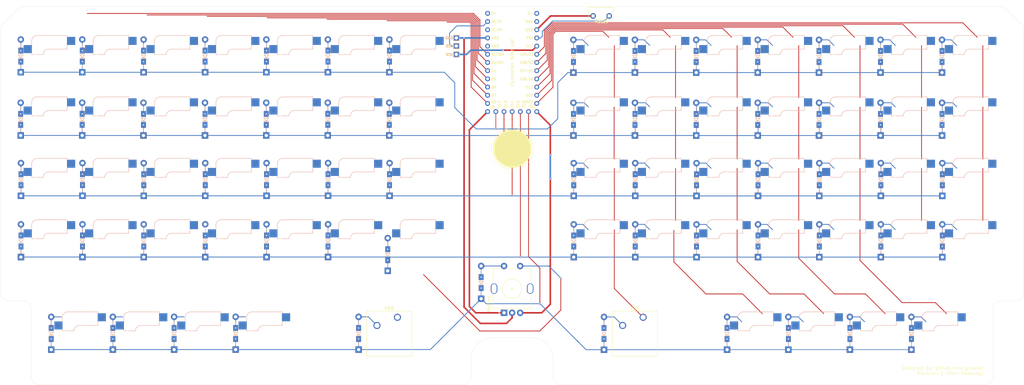
<source format=kicad_pcb>
(kicad_pcb (version 20221018) (generator pcbnew)
  (layers (0 "F.Cu" signal) (31 "B.Cu" signal) (34 "B.Paste" user) (35 "F.Paste" user) (36 "B.SilkS" user "B.Silkscreen") (37 "F.SilkS" user "F.Silkscreen") (38 "B.Mask" user) (39 "F.Mask" user) (44 "Edge.Cuts" user))
  (net 0 "")
  (net 1 "Net-(D0-A)")
  (net 2 "Net-(D1-A)")
  (net 3 "Net-(D2-A)")
  (net 4 "Net-(D3-A)")
  (net 5 "Net-(D4-A)")
  (net 6 "Net-(D5-A)")
  (net 7 "Net-(D6-A)")
  (net 8 "Net-(D7-A)")
  (net 9 "Net-(D8-A)")
  (net 10 "Net-(D9-A)")
  (net 11 "Net-(D10-A)")
  (net 12 "Net-(D11-A)")
  (net 13 "/Row_0")
  (net 14 "/Row_1")
  (net 15 "/Row_2")
  (net 16 "/Row_3")
  (net 17 "/Row_4")
  (net 18 "Net-(D12-A)")
  (net 19 "Net-(D13-A)")
  (net 20 "/Col_0")
  (net 21 "/Col_1")
  (net 22 "/Col_2")
  (net 23 "/Col_3")
  (net 24 "/Col_4")
  (net 25 "/Col_5")
  (net 26 "/Col_6")
  (net 27 "/Col_7")
  (net 28 "/Col_8")
  (net 29 "/Col_9")
  (net 30 "/Col_10")
  (net 31 "/Col_11")
  (net 32 "/Col_12")
  (net 33 "/Col_13")
  (net 34 "Net-(D14-A)")
  (net 35 "Net-(D15-A)")
  (net 36 "Net-(D16-A)")
  (net 37 "Net-(D17-A)")
  (net 38 "Net-(D18-A)")
  (net 39 "Net-(D19-A)")
  (net 40 "Net-(D20-A)")
  (net 41 "Net-(D21-A)")
  (net 42 "Net-(D22-A)")
  (net 43 "Net-(D23-A)")
  (net 44 "Net-(D24-A)")
  (net 45 "Net-(D25-A)")
  (net 46 "Net-(D26-A)")
  (net 47 "Net-(D27-A)")
  (net 48 "Net-(D28-A)")
  (net 49 "Net-(D29-A)")
  (net 50 "Net-(D30-A)")
  (net 51 "Net-(D31-A)")
  (net 52 "Net-(D32-A)")
  (net 53 "Net-(D33-A)")
  (net 54 "Net-(D34-A)")
  (net 55 "Net-(D35-A)")
  (net 56 "Net-(D36-A)")
  (net 57 "Net-(D37-A)")
  (net 58 "Net-(D38-A)")
  (net 59 "Net-(D39-A)")
  (net 60 "Net-(D40-A)")
  (net 61 "Net-(D41-A)")
  (net 62 "Net-(D42-A)")
  (net 63 "Net-(D43-A)")
  (net 64 "Net-(D44-A)")
  (net 65 "Net-(D45-A)")
  (net 66 "Net-(D46-A)")
  (net 67 "Net-(D47-A)")
  (net 68 "Net-(D48-A)")
  (net 69 "Net-(D49-A)")
  (net 70 "Net-(D50-A)")
  (net 71 "Net-(D51-A)")
  (net 72 "Net-(D52-A)")
  (net 73 "Net-(D53-A)")
  (net 74 "Net-(D54-A)")
  (net 75 "Net-(D55-A)")
  (net 76 "Net-(D56-A)")
  (net 77 "Net-(D57-A)")
  (net 78 "Net-(D58-A)")
  (net 79 "Net-(D59-A)")
  (net 80 "Net-(D60-A)")
  (net 81 "Net-(D61-A)")
  (net 82 "Net-(D62-A)")
  (net 83 "Net-(D63-A)")
  (net 84 "Net-(D64-A)")
  (net 85 "Net-(D65-A)")
  (net 86 "RST2")
  (net 87 "RST1")
  (net 88 "ROT2")
  (net 89 "GND1")
  (net 90 "ROTDEC")
  (net 91 "ROTINC")
  (net 92 "vcc")
  (net 93 "led")
  (footprint "Stencils:Kailh_MX_Socket-swapped-pads" (layer "F.Cu") (at 67.11225 76.6)
    (fp_text reference "K1")
    (fp_text value "")
  )
  (footprint "Stencils:Kailh_MX_Socket-swapped-pads" (layer "F.Cu") (at 352.86225 76.6)
    (fp_text reference "K13")
    (fp_text value "Blank")
  )
  (footprint "Stencils:Kailh_MX_Socket-swapped-pads" (layer "F.Cu") (at 238.56225 114.7)
    (fp_text reference "K35")
    (fp_text value "Blank")
  )
  (footprint "Stencils:Kailh_MX_Socket-swapped-pads" (layer "F.Cu") (at 276.66225 133.75)
    (fp_text reference "K51")
    (fp_text value "Blank")
  )
  (footprint "Stencils:Kailh_MX_Socket-swapped-pads" (layer "F.Cu") (at 86.16225 95.65)
    (fp_text reference "K15")
    (fp_text value "Blank")
  )
  (footprint "Stencils:Kailh_MX_Socket-swapped-pads" (layer "F.Cu") (at 238.56225 133.75)
    (fp_text reference "K49")
    (fp_text value "Blank")
  )
  (footprint "Button_Switch_Keyboard:SW_Cherry_MX_2.00u_PCB" (layer "F.Cu") (at 174.435 157.245)
    (fp_text reference "K60")
    (fp_text value "Blank" hide)
  )
  (footprint "Lily58-footprint:Diode_TH_SOD123" (layer "F.Cu") (at 276.68 162.29 90)
    (fp_text reference "D26" hide)
    (fp_text value "D" hide)
  )
  (footprint "Lily58-footprint:Diode_TH_SOD123" (layer "F.Cu") (at 95.74254 133.58 90)
    (fp_text reference "D26" hide)
    (fp_text value "D" hide)
  )
  (footprint "Stencils:Kailh_MX_Socket-swapped-pads" (layer "F.Cu") (at 67.11225 133.75)
    (fp_text reference "K42")
    (fp_text value "Blank")
  )
  (footprint "Lily58-footprint:Diode_TH_SOD123" (layer "F.Cu") (at 343.35 76.34 90)
    (fp_text reference "D26" hide)
    (fp_text value "D" hide)
  )
  (footprint "Stencils:Kailh_MX_Socket-swapped-pads" (layer "F.Cu") (at 124.26225 114.7)
    (fp_text reference "K31")
    (fp_text value "Blank")
  )
  (footprint "Lily58-footprint:Diode_TH_SOD123" (layer "F.Cu") (at 324.37 114.58 90)
    (fp_text reference "D26" hide)
    (fp_text value "D" hide)
  )
  (footprint "Stencils:Kailh_MX_Socket-swapped-pads" (layer "F.Cu") (at 162.36225 95.65)
    (fp_text reference "K19")
    (fp_text value "Blank")
  )
  (footprint "Stencils:Kailh_MX_Socket-swapped-pads" (layer "F.Cu") (at 105.21225 114.7)
    (fp_text reference "K30")
    (fp_text value "Blank")
  )
  (footprint "Lily58-footprint:Diode_TH_SOD123" (layer "F.Cu") (at 95.69254 76.26 90)
    (fp_text reference "D26" hide)
    (fp_text value "D" hide)
  )
  (footprint "Lily58-footprint:Diode_TH_SOD123" (layer "F.Cu") (at 114.82254 114.57 90)
    (fp_text reference "D26" hide)
    (fp_text value "D" hide)
  )
  (footprint "Stencils:Kailh_MX_Socket-swapped-pads" (layer "F.Cu") (at 276.66225 95.65)
    (fp_text reference "K23")
    (fp_text value "Blank")
  )
  (footprint "Lily58-footprint:Diode_TH_SOD123" (layer "F.Cu") (at 238.50254 162.3 90)
    (fp_text reference "D26" hide)
    (fp_text value "D" hide)
  )
  (footprint "Lily58-footprint:Diode_TH_SOD123" (layer "F.Cu") (at 95.65508 95.86 90)
    (fp_text reference "D26" hide)
    (fp_text value "D" hide)
  )
  (footprint "Stencils:Kailh_MX_Socket-swapped-pads" (layer "F.Cu") (at 333.81225 76.6)
    (fp_text reference "K12")
    (fp_text value "Blank")
  )
  (footprint "Lily58-footprint:Diode_TH_SOD123" (layer "F.Cu") (at 324.27254 76.33 90)
    (fp_text reference "D26" hide)
    (fp_text value "D" hide)
  )
  (footprint "Lily58-footprint:Diode_TH_SOD123" (layer "F.Cu") (at 333.84746 162.29 90)
    (fp_text reference "D26" hide)
    (fp_text value "D" hide)
  )
  (footprint "Stencils:Kailh_MX_Socket-swapped-pads" (layer "F.Cu") (at 67.11225 95.65)
    (fp_text reference "K14")
    (fp_text value "Blank")
  )
  (footprint "Stencils:Kailh_MX_Socket-swapped-pads" (layer "F.Cu") (at 143.31225 133.75)
    (fp_text reference "K46")
    (fp_text value "Blank")
  )
  (footprint "Stencils:Kailh_MX_Socket-swapped-pads" (layer "F.Cu") (at 162.36225 114.7)
    (fp_text reference "K33")
    (fp_text value "Blank")
  )
  (footprint "" (layer "F.Cu") (at 333.82 148.355)
    (fp_text reference "")
    (fp_text value "")
  )
  (footprint "Stencils:Kailh_MX_Socket-swapped-pads" (layer "F.Cu") (at 162.36225 76.6)
    (fp_text reference "K5")
    (fp_text value "Blank")
  )
  (footprint "Lily58-footprint:Diode_TH_SOD123" (layer "F.Cu") (at 343.36 95.87 90)
    (fp_text reference "D26" hide)
    (fp_text value "D" hide)
  )
  (footprint "Lily58-footprint:Diode_TH_SOD123" (layer "F.Cu") (at 343.44746 133.59 90)
    (fp_text reference "D26" hide)
    (fp_text value "D" hide)
  )
  (footprint "Stencils:Kailh_MX_Socket-swapped-pads" (layer "F.Cu") (at 143.31225 114.7)
    (fp_text reference "K32")
    (fp_text value "Blank")
  )
  (footprint "Lily58-footprint:Diode_TH_SOD123" (layer "F.Cu") (at 105.16508 162.27 90)
    (fp_text reference "D26" hide)
    (fp_text value "D" hide)
  )
  (footprint "Stencils:Kailh_MX_Socket-swapped-pads" (layer "F.Cu") (at 76.63725 162.325)
    (fp_text reference "K56")
    (fp_text value "Blank")
  )
  (footprint "Stencils:Kailh_MX_Socket-swapped-pads" (layer "F.Cu") (at 352.86225 114.7)
    (fp_text reference "K41")
    (fp_text value "Blank")
  )
  (footprint "Lily58-footprint:Diode_TH_SOD123" (layer "F.Cu") (at 324.37 133.58 90)
    (fp_text reference "D26" hide)
    (fp_text value "D" hide)
  )
  (footprint "Stencils:Kailh_MX_Socket-swapped-pads" (layer "F.Cu") (at 133.78725 162.325)
    (fp_text reference "K59")
    (fp_text value "Blank")
  )
  (footprint "Stencils:Kailh_MX_Socket-swapped-pads" (layer "F.Cu") (at 86.16225 76.6)
    (fp_text reference "K2")
    (fp_text value "Blank")
  )
  (footprint "Stencils:Kailh_MX_Socket-swapped-pads" (layer "F.Cu") (at 86.16225 133.75)
    (fp_text reference "K43")
    (fp_text value "Blank")
  )
  (footprint "" (layer "F.Cu") (at 248.095 86.125)
    (fp_text reference "")
    (fp_text value "")
  )
  (footprint "Lily58-footprint:Diode_TH_SOD123" (layer "F.Cu") (at 76.73254 133.56 90)
    (fp_text reference "D26" hide)
    (fp_text value "D" hide)
  )
  (footprint "Stencils:Kailh_MX_Socket-swapped-pads" (layer "F.Cu") (at 352.86225 95.65)
    (fp_text reference "K27")
    (fp_text value "Blank")
  )
  (footprint "Lily58-footprint:Diode_TH_SOD123" (layer "F.Cu") (at 305.29 133.59 90)
    (fp_text reference "D26" hide)
    (fp_text value "D" hide)
  )
  (footprint "Lily58-footprint:Diode_TH_SOD123" (layer "F.Cu") (at 267.2 133.6 90)
    (fp_text reference "D26" hide)
    (fp_text value "D" hide)
  )
  (footprint "Lily58-footprint:Diode_TH_SOD123" (layer "F.Cu") (at 305.19254 76.34 90)
    (fp_text reference "D26" hide)
    (fp_text value "D" hide)
  )
  (footprint "Lily58-footprint:Diode_TH_SOD123" (layer "F.Cu") (at 286.28 114.59 90)
    (fp_text reference "D26" hide)
    (fp_text value "D" hide)
  )
  (footprint "Stencils:Kailh_MX_Socket-swapped-pads" (layer "F.Cu") (at 343.33725 162.325)
    (fp_text reference "K65")
    (fp_text value "Blank")
  )
  (footprint "Lily58-footprint:Diode_TH_SOD123" (layer "F.Cu") (at 114.73508 95.85 90)
    (fp_text reference "D26" hide)
    (fp_text value "D" hide)
  )
  (footprint "Lily58-footprint:HOLE_M2" (layer "F.Cu") (at 76.645 86.125)
    (fp_text reference "HOLE_M2" hide)
    (fp_text value "VAL**" hide)
  )
  (footprint "Lily58-footprint:Diode_TH_SOD123" (layer "F.Cu") (at 286.18254 76.34 90)
    (fp_text reference "D26" hide)
    (fp_text value "D" hide)
  )
  (footprint "Stencils:Kailh_MX_Socket-swapped-pads" (layer "F.Cu") (at 95.68725 162.325)
    (fp_text reference "K57")
    (fp_text value "Blank")
  )
  (footprint "Stencils:Kailh_MX_Socket-swapped-pads" (layer "F.Cu") (at 295.71225 114.7)
    (fp_text reference "K38")
    (fp_text value "Blank")
  )
  (footprint "Lily58-footprint:Diode_TH_SOD123" (layer "F.Cu") (at 152.86254 76.24 90)
    (fp_text reference "D26" hide)
    (fp_text value "D" hide)
  )
  (footprint "Lily58-footprint:Diode_TH_SOD123" (layer "F.Cu") (at 248.09254 76.33 90)
    (fp_text reference "D26" hide)
    (fp_text value "D" hide)
  )
  (footprint "footprints:Frood_PinHeader_2x13+5_P2.54mm_Labels_Top" (layer "F.Cu") (at 210.02 62.98)
    (fp_text reference "Frood")
    (fp_text value "Frood" hide)
  )
  (footprint "Lily58-footprint:Diode_TH_SOD123" (layer "F.Cu") (at 76.64508 95.84 90)
    (fp_text reference "D26" hide)
    (fp_text value "D" hide)
  )
  (footprint "Lily58-footprint:Diode_TH_SOD123" (layer "F.Cu") (at 229.02254 95.87 90)
    (fp_text reference "D26" hide)
    (fp_text value "D" hide)
  )
  (footprint "Lily58-footprint:Diode_TH_SOD123" (layer "F.Cu") (at 295.69 162.29 90)
    (fp_text reference "D26" hide)
    (fp_text value "D" hide)
  )
  (footprint "Lily58-footprint:Diode_TH_SOD123" (layer "F.Cu") (at 133.83254 114.57 90)
    (fp_text reference "D26" hide)
    (fp_text value "D" hide)
  )
  (footprint "Stencils:Kailh_MX_Socket-swapped-pads" (layer "F.Cu") (at 238.56225 95.65)
    (fp_text reference "K21")
    (fp_text value "Blank")
  )
  (footprint "Lily58-footprint:Diode_TH_SOD123" (layer "F.Cu") (at 162.39 162.27 90)
    (fp_text reference "D26" hide)
    (fp_text value "D" hide)
  )
  (footprint "Lily58-footprint:HOLE_M2" (layer "F.Cu") (at 86.17 148.355)
    (fp_text reference "HOLE_M2" hide)
    (fp_text value "VAL**" hide)
  )
  (footprint "Lily58-footprint:Diode_TH_SOD123" (layer "F.Cu") (at 171.42 137.84 90)
    (fp_text reference "D26" hide)
    (fp_text value "D" hide)
  )
  (footprint "Stencils:Kailh_MX_Socket-swapped-pads" (layer "F.Cu") (at 124.26225 76.6)
    (fp_text reference "K3")
    (fp_text value "Blank")
  )
  (footprint "Lily58-footprint:Diode_TH_SOD123" (layer "F.Cu") (at 133.74508 95.85 90)
    (fp_text reference "D26" hide)
    (fp_text value "D" hide)
  )
  (footprint "Lily58-footprint:Diode_TH_SOD123" (layer "F.Cu") (at 133.83254 133.57 90)
    (fp_text reference "D26" hide)
    (fp_text value "D" hide)
  )
  (footprint "Lily58-footprint:Diode_TH_SOD123" (layer "F.Cu") (at 114.82254 133.57 90)
    (fp_text reference "D26" hide)
    (fp_text value "D" hide)
  )
  (footprint "Keebio-Parts:SW_Tactile_SPST_Angled_MJTP1117-no-mount" (layer "F.Cu") (at 235.125 63.785)
    (fp_text reference "Reset")
    (fp_text value "SW_PUSH" hide)
  )
  (footprint "Lily58-footprint:Diode_TH_SOD123" (layer "F.Cu") (at 95.74254 114.58 90)
    (fp_text reference "D26" hide)
    (fp_text value "D" hide)
  )
  (footprint "Stencils:Kailh_MX_Socket-swapped-pads" (layer "F.Cu") (at 324.28725 162.325)
    (fp_text reference "K64")
    (fp_text value "Blank")
  )
  (footprint "Keebio-Parts:RotaryEncoder_EC11" (layer "F.Cu") (at 209.995 148.355 90)
    (fp_text reference "RotEnc")
    (fp_text value "RotaryEncoder_EC11" hide)
  )
  (footprint "Stencils:Kailh_MX_Socket-swapped-pads" (layer "F.Cu") (at 124.26225 95.65)
    (fp_text reference "K17")
    (fp_text value "Blank")
  )
  (footprint "Lily58-footprint:Diode_TH_SOD123" (layer "F.Cu") (at 57.65254 114.57 90)
    (fp_text reference "D26" hide)
    (fp_text value "D" hide)
  )
  (footprint "Stencils:Kailh_MX_Socket-swapped-pads" (layer "F.Cu") (at 314.76225 95.65)
    (fp_text reference "K25")
    (fp_text value "Blank")
  )
  (footprint "Lily58-footprint:Diode_TH_SOD123" (layer "F.Cu") (at 305.29 114.59 90)
    (fp_text reference "D26" hide)
    (fp_text value "D" hide)
  )
  (footprint "Lily58-footprint:Diode_TH_SOD123" (layer "F.Cu") (at 324.28254 95.86 90)
    (fp_text reference "D26" hide)
    (fp_text value "D" hide)
  )
  (footprint "Stencils:Kailh_MX_Socket-swapped-pads" (layer "F.Cu") (at 181.41225 133.75)
    (fp_text reference "K48")
    (fp_text value "Blank")
  )
  (footprint "Stencils:Kailh_MX_Socket-swapped-pads" (layer "F.Cu") (at 143.31225 95.65)
    (fp_text reference "K18")
    (fp_text value "Blank")
  )
  (footprint "" (layer "F.Cu") (at 248.095 148.355)
    (fp_text reference "")
    (fp_text value "")
  )
  (footprint "Stencils:Kailh_MX_Socket-swapped-pads" (layer "F.Cu") (at 286.18725 162.325)
    (fp_text reference "K62")
    (fp_text value "Blank")
  )
  (footprint "Button_Switch_Keyboard:SW_Cherry_MX_2.00u_PCB" (layer "F.Cu") (at 250.635 157.245)
    (fp_text reference "K61")
    (fp_text value "Blank" hide)
  )
  (footprint "Stencils:Kailh_MX_Socket-swapped-pads" (layer "F.Cu") (at 276.66225 76.6)
    (fp_text reference "K9")
    (fp_text value "Blank")
  )
  (footprint "Lily58-footprint:Diode_TH_SOD123" (layer "F.Cu") (at 286.28 133.59 90)
    (fp_text reference "D26" hide)
    (fp_text value "D" hide)
  )
  (footprint "Lily58-footprint:HOLE_M2" (layer "F.Cu") (at 171.895 86.125)
    (fp_text reference "HOLE_M2" hide)
    (fp_text value "VAL**" hide)
  )
  (footprint "Stencils:Kailh_MX_Socket-swapped-pads" (layer "F.Cu") (at 257.61225 114.7)
    (fp_text reference "K36")
    (fp_text value "Blank")
  )
  (footprint "Lily58-footprint:Diode_TH_SOD123" (layer "F.Cu") (at 171.94 76.25 90)
    (fp_text reference "D26" hide)
    (fp_text value "D" hide)
  )
  (footprint "Stencils:Kailh_MX_Socket-swapped-pads" (layer "F.Cu") (at 314.76225 114.7)
    (fp_text reference "K39")
    (fp_text value "Blank")
  )
  (footprint "Stencils:Kailh_MX_Socket-swapped-pads" (layer "F.Cu") (at 333.81225 133.75)
    (fp_text reference "K54")
    (fp_text value "Blank")
  )
  (footprint "Lily58-footprint:Diode_TH_SOD123" (layer "F.Cu") (at 133.78254 76.25 90)
    (fp_text reference "D26" hide)
    (fp_text value "D" hide)
  )
  (footprint "Stencils:Kailh_MX_Socket-swapped-pads" (layer "F.Cu") (at 105.21225 133.75)
    (fp_text reference "K44")
    (fp_text value "Blank")
  )
  (footprint "Stencils:Kailh_MX_Socket-swapped-pads" (layer "F.Cu") (at 295.71225 76.6)
    (fp_text reference "K10")
    (fp_text value "Blank")
  )
  (footprint "Lily58-footprint:Diode_TH_SOD123" (layer "F.Cu") (at 114.77254 76.25 90)
    (fp_text reference "D26" hide)
    (fp_text value "D" hide)
  )
  (footprint "Lily58-footprint:Diode_TH_SOD123" (layer "F.Cu") (at 267.11254 95.88 90)
    (fp_text reference "D26" hide)
    (fp_text value "D" hide)
  )
  (footprint "Lily58-footprint:Diode_TH_SOD123" (layer "F.Cu") (at 267.2 114.6 90)
    (fp_text reference "D26" hide)
    (fp_text value "D" hide)
  )
  (footprint "" (layer "F.Cu") (at 343.345 86.125)
    (fp_text reference "")
    (fp_text value "")
  )
  (footprint "Lily58-footprint:Diode_TH_SOD123" (layer "F.Cu") (at 248.10254 95.86 90)
    (fp_text reference "D26" hide)
    (fp_text value "D" hide)
  )
  (footprint "Lily58-footprint:Diode_TH_SOD123" (layer "F.Cu") (at 171.90254 95.85 90)
    (fp_text reference "D26" hide)
    (fp_text value "D" hide)
  )
  (footprint "Lily58-footprint:Diode_TH_SOD123" (layer "F.Cu") (at 86.15508 162.27 90)
    (fp_text reference "D26" hide)
    (fp_text value "D" hide)
  )
  (footprint "Lily58-footprint:Diode_TH_SOD123" (layer "F.Cu") (at 57.65254 133.57 90)
    (fp_text reference "D26" hide)
    (fp_text value "D" hide)
  )
  (footprint "Stencils:Kailh_MX_Socket-swapped-pads" (layer "F.Cu") (at 333.81225 95.65)
    (fp_text reference "K26")
    (fp_text value "Blank")
  )
  (footprint "Lily58-footprint:Diode_TH_SOD123" (layer "F.Cu") (at 286.19254 95.87 90)
    (fp_text reference "D26" hide)
    (fp_text value "D" hide)
  )
  (footprint "Stencils:Kailh_MX_Socket-swapped-pads" (layer "F.Cu") (at 162.36225 133.75)
    (fp_text reference "K47")
    (fp_text value "Blank")
  )
  (footprint "Stencils:Kailh_MX_Socket-swapped-pads" (layer "F.Cu") (at 143.31225 76.6)
    (fp_text reference "K4")
    (fp_text value "Blank")
  )
  (footprint "Stencils:Kailh_MX_Socket-swapped-pads" (layer "F.Cu") (at 295.71225 133.75)
    (fp_text reference "K52")
    (fp_text value "Blank")
  )
  (footprint "Stencils:Kailh_MX_Socket-swapped-pads" (layer "F.Cu") (at 181.41225 95.65)
    (fp_text reference "K20")
    (fp_text value "Blank")
  )
  (footprint "Lily58-footprint:Diode_TH_SOD123" (layer "F.Cu") (at 314.77 162.28 90)
    (fp_text reference "D26" hide)
    (fp_text value "D" hide)
  )
  (footprint "Stencils:Kailh_MX_Socket-swapped-pads" (layer "F.Cu") (at 257.61225 95.65)
    (fp_text reference "K22")
    (fp_text value "Blank")
  )
  (footprint "Lily58-footprint:Diode_TH_SOD123" (layer "F.Cu") (at 171.99 114.57 90)
    (fp_text reference "D26" hide)
    (fp_text value "D" hide)
  )
  (footprint "Lily58-footprint:Diode_TH_SOD123" (layer "F.Cu") (at 229.01254 76.34 90)
    (fp_text reference "D26" hide)
    (fp_text value "D" hide)
  )
  (footprint "Stencils:Kailh_MX_Socket-swapped-pads" (layer "F.Cu") (at 238.56225 76.6)
    (fp_text reference "K7")
    (fp_text value "Blank")
  )
  (footprint "Stencils:Kailh_MX_Socket-swapped-pads" (layer "F.Cu") (at 86.16225 114.7)
    (fp_text reference "K29")
    (fp_text value "Blank")
  )
  (footprint "Stencils:Kailh_MX_Socket-swapped-pads" (layer "F.Cu") (at 105.21225 76.6)
    (fp_text reference "K2")
    (fp_text value "Blank")
  )
  (footprint "Lily58-footprint:HOLE_M2" (layer "F.Cu") (at 171.895 148.355)
    (fp_text reference "HOLE_M2" hide)
    (fp_text value "VAL**" hide)
  )
  (footprint "Stencils:Kailh_MX_Socket-swapped-pads" (layer "F.Cu") (at 181.41225 76.6)
    (fp_text reference "K6")
    (fp_text value "Blank")
  )
  (footprint "Lily58-footprint:Diode_TH_SOD123" (layer "F.Cu") (at 67.04508 162.28 90)
    (fp_text reference "D26" hide)
    (fp_text value "D" hide)
  )
  (footprint "Lily58-footprint:Diode_TH_SOD123" (layer "F.Cu") (at 200.4 146.5 90)
    (fp_text reference "D26" hide)
    (fp_text value "D" hide)
  )
  (footprint "Stencils:Kailh_MX_Socket-swapped-pads" (layer "F.Cu") (at 333.81225 114.7)
    (fp_text reference "K40")
    (fp_text value "Blank")
  )
  (footprint "Stencils:Kailh_MX_Socket-swapped-pads" (layer "F.Cu") (at 276.66225 114.7)
    (fp_text reference "K37")
    (fp_text value "Blank")
  )
  (footprint "Lily58-footprint:Diode_TH_SOD123" (layer "F.Cu") (at 76.68254 76.24 90)
    (fp_text reference "D26" hide)
    (fp_text value "D" hide)
  )
  (footprint "Lily58-footprint:Diode_TH_SOD123" (layer "F.Cu") (at 57.56508 95.85 90)
    (fp_text reference "D26" hide)
    (fp_text value "D" hide)
  )
  (footprint "Stencils:Kailh_MX_Socket-swapped-pads" (layer "F.Cu") (at 305.23725 162.325)
    (fp_text reference "K63")
    (fp_text value "Blank")
  )
  (footprint "Lily58-footprint:Diode_TH_SOD123" (layer "F.Cu") (at 248.19 114.58 90)
    (fp_text reference "D26" hide)
    (fp_text value "D" hide)
  )
  (footprint "Lily58-footprint:LED" (layer "F.Cu") (at 192.7 70.6)
    (fp_text reference "J1" hide)
    (fp_text value "LED" hide)
  )
  (footprint "Stencils:Kailh_MX_Socket-swapped-pads" (layer "F.Cu") (at 352.86225 133.75)
    (fp_text reference "K55")
    (fp_text value "Blank")
  )
  (footprint "Lily58-footprint:Diode_TH_SOD123" (layer "F.Cu") (at 305.20254 95.87 90)
    (fp_text reference "D26" hide)
    (fp_text value "D" hide)
  )
  (footprint "Stencils:Kailh_MX_Socket-swapped-pads" (layer "F.Cu") (at 295.71225 95.65)
    (fp_text reference "K24")
    (fp_text value "Blank")
  )
  (footprint "Stencils:Kailh_MX_Socket-swapped-pads" (layer "F.Cu") (at 257.61225 76.6)
    (fp_text reference "K8")
    (fp_text value "Blank")
  )
  (footprint "Stencils:Kailh_MX_Socket-swapped-pads" (layer "F.Cu") (at 181.41225 114.7)
    (fp_text reference "K34")
    (fp_text value "Blank")
  )
  (footprint "Lily58-footprint:Diode_TH_SOD123" (layer "F.Cu") (at 343.44746 114.59 90)
    (fp_text reference "D26" hide)
    (fp_text value "D" hide)
  )
  (footprint "Lily58-footprint:Diode_TH_SOD123" (layer "F.Cu") (at 152.82508 95.84 90)
    (fp_text reference "D26" hide)
    (fp_text value "D" hide)
  )
  (footprint "Stencils:Kailh_MX_Socket-swapped-pads" (layer "F.Cu") (at 314.76225 76.6)
    (fp_text reference "K11")
    (fp_text value "Blank")
  )
  (footprint "Lily58-footprint:Diode_TH_SOD123" (layer "F.Cu") (at 152.91254 133.56 90)
    (fp_text reference "D26" hide)
    (fp_text value "D" hide)
  )
  (footprint "Lily58-footprint:Diode_TH_SOD123" (layer "F.Cu") (at 152.91254 114.56 90)
    (fp_text reference "D26" hide)
    (fp_text value "D" hide)
  )
  (footprint "Stencils:Kailh_MX_Socket-swapped-pads" (layer "F.Cu") (at 257.61225 133.75)
    (fp_text reference "K50")
    (fp_text value "Blank")
  )
  (footprint "Stencils:Kailh_MX_Socket-swapped-pads" (layer "F.Cu") (at 114.73725 162.325)
    (fp_text reference "K58")
    (fp_text value "Blank")
  )
  (footprint "Stencils:Kailh_MX_Socket-swapped-pads" (layer "F.Cu") (at 105.21225 95.65)
    (fp_text reference "K16")
    (fp_text value "Blank")
  )
  (footprint "Lily58-footprint:Diode_TH_SOD123" (layer "F.Cu") (at 124.24508 162.26 90)
    (fp_text reference "D26" hide)
    (fp_text value "D" hide)
  )
  (footprint "Stencils:Kailh_MX_Socket-swapped-pads" (layer "F.Cu") (at 124.26225 133.75)
    (fp_text reference "K45")
    (fp_text value "Blank")
  )
  (footprint "Stencils:Kailh_MX_Socket-swapped-pads" (layer "F.Cu") (at 314.76225 133.75)
    (fp_text reference "K53")
    (fp_text value "Blank")
  )
  (footprint "Lily58-footprint:Diode_TH_SOD123" (layer "F.Cu") (at 229.11 114.59 90)
    (fp_text reference "D26" hide)
    (fp_text value "D" hide)
  )
  (footprint "Lily58-footprint:Diode_TH_SOD123" (layer "F.Cu") (at 57.60254 76.25 90)
    (fp_text reference "D26" hide)
    (fp_text value "D" hide)
  )
  (footprint "Lily58-footprint:Diode_TH_SOD123" (layer "F.Cu") (at 267.10254 76.35 90)
    (fp_text reference "D26" hide)
    (fp_text value "D" hide)
  )
  (footprint "Lily58-footprint:Diode_TH_SOD123" (layer "F.Cu") (at 76.73254 114.56 90)
    (fp_text reference "D26" hide)
    (fp_text value "D" hide)
  )
  (footprint "Stencils:Kailh_MX_Socket-swapped-pads" (layer "F.Cu") (at 67.11225 114.7)
    (fp_text reference "K28")
    (fp_text value "Blank")
  )
  (footprint "Lily58-footprint:Diode_TH_SOD123" (layer "F.Cu") (at 229.11 133.59 90)
    (fp_text reference "D26" hide)
    (fp_text value "D" hide)
  )
  (footprint "Lily58-footprint:Diode_TH_SOD123" (layer "F.Cu") (at 248.19 133.58 90)
    (fp_text reference "D26" hide)
    (fp_text value "D" hide)
  )
  (gr_circle (center 210.1 104.95) (end 216.53 105.67) (stroke (width 0.1)) (fill none) (layer "F.SilkS"))
  (gr_circle (center 210.1 104.95) (end 217.55 105.27) (stroke (width 0.1) (type dot)) (fill none) (layer "F.SilkS"))
  (gr_circle (center 210.1 104.95) (end 215.942 105.458) (stroke (width 0.1)) (fill solid) (layer "F.SilkS"))
  (gr_arc (start 359.22 175.66) (mid 358.476051 177.456051) (end 356.68 178.2) (stroke (width 0.05)) (layer "Edge.Cuts"))
  (gr_arc (start 53.856 152.165) (mid 52.059949 151.421051) (end 51.316 149.625) (stroke (width 0.05)) (layer "Edge.Cuts"))
  (gr_line (start 216.341 163.59) (end 203.72 163.59) (stroke (width 0.05)) (layer "Edge.Cuts"))
  (gr_line (start 53.856 152.165) (end 58.301 152.165) (stroke (width 0.05)) (layer "Edge.Cuts"))
  (gr_line (start 57.666 60.85) (end 362.4 60.85) (stroke (width 0.05)) (layer "Edge.Cuts"))
  (gr_line (start 51.316 67.1) (end 51.316 149.625) (stroke (width 0.05)) (layer "Edge.Cuts"))
  (gr_line (start 362.4 60.85) (end 368.75 67.1) (stroke (width 0.05)) (layer "Edge.Cuts"))
  (gr_arc (start 63.381 178.2) (mid 61.584949 177.456051) (end 60.841 175.66) (stroke (width 0.05)) (layer "Edge.Cuts"))
  (gr_line (start 222.691 175.66) (end 222.691 169.94) (stroke (width 0.05)) (layer "Edge.Cuts"))
  (gr_line (start 356.68 178.2) (end 225.23 178.2) (stroke (width 0.05)) (layer "Edge.Cuts"))
  (gr_line (start 359.22 154.705) (end 359.22 175.66) (stroke (width 0.05)) (layer "Edge.Cuts"))
  (gr_line (start 368.75 67.1) (end 368.75 149.625) (stroke (width 0.05)) (layer "Edge.Cuts"))
  (gr_arc (start 225.23 178.2) (mid 223.434449 177.455844) (end 222.691 175.66) (stroke (width 0.05)) (layer "Edge.Cuts"))
  (gr_line (start 366.21 152.165) (end 361.765 152.165) (stroke (width 0.05)) (layer "Edge.Cuts"))
  (gr_line (start 57.666 60.85) (end 51.316 67.1) (stroke (width 0.05)) (layer "Edge.Cuts"))
  (gr_line (start 63.381 178.2) (end 194.831 178.2) (stroke (width 0.05)) (layer "Edge.Cuts"))
  (gr_arc (start 58.301 152.165) (mid 60.097051 152.908949) (end 60.841 154.705) (stroke (width 0.05)) (layer "Edge.Cuts"))
  (gr_line (start 60.841 154.705) (end 60.841 175.66) (stroke (width 0.05)) (layer "Edge.Cuts"))
  (gr_arc (start 197.37 169.94) (mid 199.229872 165.449872) (end 203.72 163.59) (stroke (width 0.05)) (layer "Edge.Cuts"))
  (gr_arc (start 368.75 149.625) (mid 368.006051 151.421051) (end 366.21 152.165) (stroke (width 0.05)) (layer "Edge.Cuts"))
  (gr_line (start 197.37 175.66) (end 197.37 169.94) (stroke (width 0.05)) (layer "Edge.Cuts"))
  (gr_arc (start 216.341 163.59) (mid 220.831128 165.449872) (end 222.691 169.94) (stroke (width 0.05)) (layer "Edge.Cuts"))
  (gr_arc (start 197.37 175.66) (mid 196.626551 177.455844) (end 194.831 178.2) (stroke (width 0.05)) (layer "Edge.Cuts"))
  (gr_arc (start 359.22 154.705) (mid 359.963949 152.908949) (end 361.76 152.165) (stroke (width 0.05)) (layer "Edge.Cuts"))
  (gr_text "Designed by: github.com/gzowski\nRevision: 1 (Non-Hotswap)" (at 356.325 175.175) (layer "F.SilkS") (effects (font (size 1 1) (thickness 0.1)) (justify right bottom)))
  (segment (start 57.60254 71.09254) (end 57.6 71.09) (width 0.2) (layer "B.Cu") (net 1))
  (segment (start 57.60254 74.55) (end 57.60254 71.09254) (width 0.25) (layer "B.Cu") (net 1))
  (segment (start 76.68254 74.54) (end 76.68254 71.08254) (width 0.25) (layer "B.Cu") (net 2))
  (segment (start 76.68254 71.08254) (end 76.68 71.08) (width 0.2) (layer "B.Cu") (net 2))
  (segment (start 95.69254 74.56) (end 95.69254 71.10254) (width 0.25) (layer "B.Cu") (net 3))
  (segment (start 95.69254 71.10254) (end 95.69 71.1) (width 0.2) (layer "B.Cu") (net 3))
  (segment (start 114.77254 71.09254) (end 114.77 71.09) (width 0.2) (layer "B.Cu") (net 4))
  (segment (start 114.77254 74.55) (end 114.77254 71.09254) (width 0.25) (layer "B.Cu") (net 4))
  (segment (start 133.78254 74.55) (end 133.78254 71.09254) (width 0.25) (layer "B.Cu") (net 5))
  (segment (start 133.78254 71.09254) (end 133.78 71.09) (width 0.2) (layer "B.Cu") (net 5))
  (segment (start 152.86254 71.08254) (end 152.86 71.08) (width 0.2) (layer "B.Cu") (net 6))
  (segment (start 152.86254 74.54) (end 152.86254 71.08254) (width 0.25) (layer "B.Cu") (net 6))
  (segment (start 171.94 71.09254) (end 171.93746 71.09) (width 0.2) (layer "B.Cu") (net 7))
  (segment (start 171.94 74.55) (end 171.94 71.09254) (width 0.25) (layer "B.Cu") (net 7))
  (segment (start 229.05254 75.24) (end 229.05254 71.78254) (width 0.25) (layer "B.Cu") (net 8))
  (segment (start 231.88 71.18) (end 234.76 74.06) (width 0.25) (layer "B.Cu") (net 8))
  (segment (start 229.01 71.18) (end 231.88 71.18) (width 0.25) (layer "B.Cu") (net 8))
  (segment (start 229.05254 71.78254) (end 229.05 71.78) (width 0.2) (layer "B.Cu") (net 8))
  (segment (start 248.09 71.17) (end 250.92 71.17) (width 0.25) (layer "B.Cu") (net 9))
  (segment (start 250.92 71.17) (end 253.81 74.06) (width 0.25) (layer "B.Cu") (net 9))
  (segment (start 254.36 74.61) (end 253.81 74.06) (width 0.25) (layer "B.Cu") (net 9))
  (segment (start 248.09254 74.63) (end 248.09254 71.17254) (width 0.25) (layer "B.Cu") (net 9))
  (segment (start 248.09254 71.17254) (end 248.09 71.17) (width 0.2) (layer "B.Cu") (net 9))
  (segment (start 267.14254 75.25) (end 267.14254 71.79254) (width 0.25) (layer "B.Cu") (net 10))
  (segment (start 267.1 71.19) (end 269.99 71.19) (width 0.25) (layer "B.Cu") (net 10))
  (segment (start 267.14254 71.79254) (end 267.14 71.79) (width 0.2) (layer "B.Cu") (net 10))
  (segment (start 269.99 71.19) (end 272.86 74.06) (width 0.25) (layer "B.Cu") (net 10))
  (segment (start 286.18 71.18) (end 289.03 71.18) (width 0.25) (layer "B.Cu") (net 11))
  (segment (start 289.03 71.18) (end 291.91 74.06) (width 0.25) (layer "B.Cu") (net 11))
  (segment (start 286.18254 74.64) (end 286.18254 71.18254) (width 0.25) (layer "B.Cu") (net 11))
  (segment (start 286.18254 71.18254) (end 286.18 71.18) (width 0.2) (layer "B.Cu") (net 11))
  (segment (start 305.23254 71.78254) (end 305.23 71.78) (width 0.2) (layer "B.Cu") (net 12))
  (segment (start 305.19 71.18) (end 308.08 71.18) (width 0.25) (layer "B.Cu") (net 12))
  (segment (start 305.23254 75.24) (end 305.23254 71.78254) (width 0.25) (layer "B.Cu") (net 12))
  (segment (start 308.08 71.18) (end 310.96 74.06) (width 0.25) (layer "B.Cu") (net 12))
  (segment (start 311.51 74.61) (end 310.96 74.06) (width 0.25) (layer "B.Cu") (net 12))
  (segment (start 204.94 93.46) (end 204.94 98.815) (width 0.2) (layer "F.Cu") (net 13))
  (segment (start 204.94 98.815) (end 204.95 98.825) (width 0.2) (layer "F.Cu") (net 13))
  (via (at 204.95 98.825) (size 0.6) (drill 0.4) (layers "F.Cu" "B.Cu") (net 13))
  (segment (start 229.01 81.34) (end 248.08 81.34) (width 0.25) (layer "B.Cu") (net 13))
  (segment (start 171.94 81.24746) (end 171.93746 81.25) (width 0.2) (layer "B.Cu") (net 13))
  (segment (start 192.2 92.2) (end 198.8 98.8) (width 0.25) (layer "B.Cu") (net 13))
  (segment (start 133.78254 81.24746) (end 133.78 81.25) (width 0.2) (layer "B.Cu") (net 13))
  (segment (start 133.78 81.25) (end 114.77 81.25) (width 0.25) (layer "B.Cu") (net 13))
  (segment (start 248.09 78.03254) (end 248.09254 78.03) (width 0.25) (layer "B.Cu") (net 13))
  (segment (start 305.19 81.34) (end 324.26 81.34) (width 0.25) (layer "B.Cu") (net 13))
  (segment (start 227.29 81.34) (end 229.01 81.34) (width 0.25) (layer "B.Cu") (net 13))
  (segment (start 220.975 98.825) (end 224.15 95.65) (width 0.25) (layer "B.Cu") (net 13))
  (segment (start 76.7 81.26) (end 76.68 81.24) (width 0.25) (layer "B.Cu") (net 13))
  (segment (start 286.18 78.04254) (end 286.18254 78.04) (width 0.25) (layer "B.Cu") (net 13))
  (segment (start 305.23 81.94) (end 305.23 78.64254) (width 0.25) (layer "B.Cu") (net 13))
  (segment (start 152.87 81.25) (end 152.86 81.24) (width 0.25) (layer "B.Cu") (net 13))
  (segment (start 343.34746 78.04254) (end 343.35 78.04) (width 0.25) (layer "B.Cu") (net 13))
  (segment (start 171.94 77.95) (end 171.94 81.24746) (width 0.25) (layer "B.Cu") (net 13))
  (segment (start 324.27 78.03254) (end 324.27254 78.03) (width 0.25) (layer "B.Cu") (net 13))
  (segment (start 188.95 81.25) (end 192.2 84.5) (width 0.25) (layer "B.Cu") (net 13))
  (segment (start 224.15 95.65) (end 224.15 84.48) (width 0.25) (layer "B.Cu") (net 13))
  (segment (start 133.79 81.24) (end 133.78 81.25) (width 0.25) (layer "B.Cu") (net 13))
  (segment (start 57.6 81.25) (end 57.6 77.95254) (width 0.25) (layer "B.Cu") (net 13))
  (segment (start 76.68254 77.94) (end 76.68254 81.23746) (width 0.25) (layer "B.Cu") (net 13))
  (segment (start 95.7 81.25) (end 95.69 81.26) (width 0.25) (layer "B.Cu") (net 13))
  (segment (start 286.18 81.34) (end 305.19 81.34) (width 0.25) (layer "B.Cu") (net 13))
  (segment (start 267.14 78.65254) (end 267.14254 78.65) (width 0.25) (layer "B.Cu") (net 13))
  (segment (start 248.08 81.34) (end 248.09 81.33) (width 0.25) (layer "B.Cu") (net 13))
  (segment (start 192.2 84.5) (end 192.2 92.2) (width 0.25) (layer "B.Cu") (net 13))
  (segment (start 171.93746 81.25) (end 188.95 81.25) (width 0.25) (layer "B.Cu") (net 13))
  (segment (start 133.78254 77.95) (end 133.78254 81.24746) (width 0.25) (layer "B.Cu") (net 13))
  (segment (start 267.14 81.95) (end 267.14 78.65254) (width 0.25) (layer "B.Cu") (net 13))
  (segment (start 343.33746 81.33) (end 343.34746 81.34) (width 0.25) (layer "B.Cu") (net 13))
  (segment (start 224.15 84.48) (end 227.29 81.34) (width 0.25) (layer "B.Cu") (net 13))
  (segment (start 152.86 81.24) (end 133.79 81.24) (width 0.25) (layer "B.Cu") (net 13))
  (segment (start 76.68254 81.23746) (end 76.68 81.24) (width 0.2) (layer "B.Cu") (net 13))
  (segment (start 57.6 77.95254) (end 57.60254 77.95) (width 0.25) (layer "B.Cu") (net 13))
  (segment (start 248.09 81.33) (end 267.08 81.33) (width 0.25) (layer "B.Cu") (net 13))
  (segment (start 57.61 81.24) (end 57.6 81.25) (width 0.25) (layer "B.Cu") (net 13))
  (segment (start 152.86254 81.23746) (end 152.86 81.24) (width 0.2) (layer "B.Cu") (net 13))
  (segment (start 205 98.8) (end 204.975 98.8) (width 0.25) (layer "B.Cu") (net 13))
  (segment (start 114.77254 77.95) (end 114.77254 81.24746) (width 0.25) (layer "B.Cu") (net 13))
  (segment (start 343.34746 81.34) (end 343.34746 78.04254) (width 0.25) (layer "B.Cu") (net 13))
  (segment (start 171.93746 81.25) (end 152.87 81.25) (width 0.25) (layer "B.Cu") (net 13))
  (segment (start 114.77254 81.24746) (end 114.77 81.25) (width 0.2) (layer "B.Cu") (net 13))
  (segment (start 198.8 98.8) (end 204.925 98.8) (width 0.25) (layer "B.Cu") (net 13))
  (segment (start 204.925 98.8) (end 204.95 98.825) (width 0.25) (layer "B.Cu") (net 13))
  (segment (start 114.77 81.25) (end 95.7 81.25) (width 0.25) (layer "B.Cu") (net 13))
  (segment (start 229.05 81.94) (end 229.05 78.64254) (width 0.25) (layer "B.Cu") (net 13))
  (segment (start 286.17 81.35) (end 286.18 81.34) (width 0.25) (layer "B.Cu") (net 13))
  (segment (start 95.69254 77.96) (end 95.69254 81.25746) (width 0.25) (layer "B.Cu") (net 13))
  (segment (start 229.05 78.64254) (end 229.05254 78.64) (width 0.25) (layer "B.Cu") (net 13))
  (segment (start 324.27 81.33) (end 343.33746 81.33) (width 0.25) (layer "B.Cu") (net 13))
  (segment (start 204.94 98.74) (end 205 98.8) (width 0.2) (layer "B.Cu") (net 13))
  (segment (start 324.27 81.33) (end 324.27 78.03254) (width 0.25) (layer "B.Cu") (net 13))
  (segment (start 286.18 81.34) (end 286.18 78.04254) (width 0.25) (layer "B.Cu") (net 13))
  (segment (start 267.1 81.35) (end 286.17 81.35) (width 0.25) (layer "B.Cu") (net 13))
  (segment (start 324.26 81.34) (end 324.27 81.33) (width 0.25) (layer "B.Cu") (net 13))
  (segment (start 152.86254 77.94) (end 152.86254 81.23746) (width 0.25) (layer "B.Cu") (net 13))
  (segment (start 204.95 98.825) (end 220.975 98.825) (width 0.25) (layer "B.Cu") (net 13))
  (segment (start 95.69 81.26) (end 76.7 81.26) (width 0.25) (layer "B.Cu") (net 13))
  (segment (start 267.08 81.33) (end 267.1 81.35) (width 0.25) (layer "B.Cu") (net 13))
  (segment (start 204.975 98.8) (end 204.95 98.825) (width 0.25) (layer "B.Cu") (net 13))
  (segment (start 305.23 78.64254) (end 305.23254 78.64) (width 0.25) (layer "B.Cu") (net 13))
  (segment (start 248.09 81.33) (end 248.09 78.03254) (width 0.25) (layer "B.Cu") (net 13))
  (segment (start 95.69254 81.25746) (end 95.69 81.26) (width 0.2) (layer "B.Cu") (net 13))
  (segment (start 76.68 81.24) (end 57.61 81.24) (width 0.25) (layer "B.Cu") (net 13))
  (segment (start 207.475 100.875) (end 207.48 100.87) (width 0.25) (layer "F.Cu") (net 14))
  (segment (start 207.48 100.87) (end 207.48 93.46) (width 0.25) (layer "F.Cu") (net 14))
  (via (at 207.475 100.875) (size 0.6) (drill 0.4) (layers "F.Cu" "B.Cu") (net 14))
  (segment (start 248.09 100.87) (end 248.1 100.86) (width 0.25) (layer "B.Cu") (net 14))
  (segment (start 207.495 100.87) (end 207.48 100.87) (width 0.25) (layer "B.Cu") (net 14))
  (segment (start 207.47 100.87) (end 171.92 100.87) (width 0.25) (layer "B.Cu") (net 14))
  (segment (start 207.475 100.875) (end 207.47 100.87) (width 0.25) (layer "B.Cu") (net 14))
  (segment (start 171.92 100.87) (end 171.9 100.85) (width 0.25) (layer "B.Cu") (net 14))
  (segment (start 267.19746 100.3) (end 267.19746 97.00254) (width 0.25) (layer "B.Cu") (net 14))
  (segment (start 133.74254 100.85) (end 114.73254 100.85) (width 0.25) (layer "B.Cu") (net 14))
  (segment (start 152.82254 100.84) (end 133.75254 100.84) (width 0.25) (layer "B.Cu") (net 14))
  (segment (start 57.56254 100.85) (end 57.56254 97.55254) (width 0.25) (layer "B.Cu") (net 14))
  (segment (start 229.02 100.87) (end 248.09 100.87) (width 0.25) (layer "B.Cu") (net 14))
  (segment (start 324.28 100.86) (end 343.34746 100.86) (width 0.25) (layer "B.Cu") (net 14))
  (segment (start 95.65254 100.86) (end 95.65254 97.56254) (width 0.25) (layer "B.Cu") (net 14))
  (segment (start 114.73254 97.55254) (end 114.73508 97.55) (width 0.25) (layer "B.Cu") (net 14))
  (segment (start 324.27 100.87) (end 324.28 100.86) (width 0.25) (layer "B.Cu") (net 14))
  (segment (start 286.27746 96.99254) (end 286.28 96.99) (width 0.25) (layer "B.Cu") (net 14))
  (segment (start 95.66254 100.85) (end 95.65254 100.86) (width 0.25) (layer "B.Cu") (net 14))
  (segment (start 76.66254 100.86) (end 76.64254 100.84) (width 0.25) (layer "B.Cu") (net 14))
  (segment (start 267.09 100.86) (end 267.11 100.88) (width 0.25) (layer "B.Cu") (net 14))
  (segment (start 152.82254 97.54254) (end 152.82508 97.54) (width 0.25) (layer "B.Cu") (net 14))
  (segment (start 305.28746 100.29) (end 305.28746 96.99254) (width 0.25) (layer "B.Cu") (net 14))
  (segment (start 286.27746 100.29) (end 286.27746 96.99254) (width 0.25) (layer "B.Cu") (net 14))
  (segment (start 324.36746 100.28) (end 324.36746 96.98254) (width 0.25) (layer "B.Cu") (net 14))
  (segment (start 133.74254 100.85) (end 133.74254 97.55254) (width 0.25) (layer "B.Cu") (net 14))
  (segment (start 57.57254 100.84) (end 57.56254 100.85) (width 0.25) (layer "B.Cu") (net 14))
  (segment (start 171.9 100.85) (end 152.83254 100.85) (width 0.25) (layer "B.Cu") (net 14))
  (segment (start 247.76746 100.7) (end 248.18746 100.28) (width 0.25) (layer "B.Cu") (net 14))
  (segment (start 343.43492 100.28) (end 343.44492 100.29) (width 0.25) (layer "B.Cu") (net 14))
  (segment (start 267.11 100.88) (end 286.18 100.88) (width 0.25) (layer "B.Cu") (net 14))
  (segment (start 343.44492 96.99254) (end 343.44746 96.99) (width 0.25) (layer "B.Cu") (net 14))
  (segment (start 248.18746 100.28) (end 248.18746 96.98254) (width 0.25) (layer "B.Cu") (net 14))
  (segment (start 76.64254 100.84) (end 76.64254 97.54254) (width 0.25) (layer "B.Cu") (net 14))
  (segment (start 171.9 97.55254) (end 171.90254 97.55) (width 0.25) (layer "B.Cu") (net 14))
  (segment (start 286.26746 100.3) (end 286.27746 100.29) (width 0.25) (layer "B.Cu") (net 14))
  (segment (start 114.73254 100.85) (end 95.66254 100.85) (width 0.25) (layer "B.Cu") (net 14))
  (segment (start 207.48 100.87) (end 207.475 100.875) (width 0.25) (layer "B.Cu") (net 14))
  (segment (start 286.19 100.87) (end 305.2 100.87) (width 0.25) (layer "B.Cu") (net 14))
  (segment (start 324.36746 96.98254) (end 324.37 96.98) (width 0.25) (layer "B.Cu") (net 14))
  (segment (start 57.56254 97.55254) (end 57.56508 97.55) (width 0.25) (layer "B.Cu") (net 14))
  (segment (start 95.65254 97.56254) (end 95.65508 97.56) (width 0.25) (layer "B.Cu") (net 14))
  (segment (start 114.73254 100.85) (end 114.73254 97.55254) (width 0.25) (layer "B.Cu") (net 14))
  (segment (start 133.75254 100.84) (end 133.74254 100.85) (width 0.25) (layer "B.Cu") (net 14))
  (segment (start 305.28746 96.99254) (end 305.29 96.99) (width 0.25) (layer "B.Cu") (net 14))
  (segment (start 267.17746 100.28) (end 267.19746 100.3) (width 0.25) (layer "B.Cu") (net 14))
  (segment (start 267.19746 97.00254) (end 267.2 97) (width 0.25) (layer "B.Cu") (net 14))
  (segment (start 343.34746 100.86) (end 343.35746 100.87) (width 0.25) (layer "B.Cu") (net 14))
  (segment (start 248.1 100.86) (end 267.09 100.86) (width 0.25) (layer "B.Cu") (net 14))
  (segment (start 76.64254 97.54254) (end 76.64508 97.54) (width 0.25) (layer "B.Cu") (net 14))
  (segment (start 248.18746 96.98254) (end 248.19 96.98) (width 0.25) (layer "B.Cu") (net 14))
  (segment (start 229.10746 96.99254) (end 229.11 96.99) (width 0.25) (layer "B.Cu") (net 14))
  (segment (start 95.65254 100.86) (end 76.66254 100.86) (width 0.25) (layer "B.Cu") (net 14))
  (segment (start 152.83254 100.85) (end 152.82254 100.84) (width 0.25) (layer "B.Cu") (net 14))
  (segment (start 207.5 100.875) (end 207.495 100.87) (width 0.25) (layer "B.Cu") (net 14))
  (segment (start 324.35746 100.29) (end 324.36746 100.28) (width 0.25) (layer "B.Cu") (net 14))
  (segment (start 343.44492 100.29) (end 343.44492 96.99254) (width 0.25) (layer "B.Cu") (net 14))
  (segment (start 229.02 100.87) (end 207.505 100.87) (width 0.25) (layer "B.Cu") (net 14))
  (segment (start 305.2 100.87) (end 324.27 100.87) (width 0.25) (layer "B.Cu") (net 14))
  (segment (start 286.18 100.88) (end 286.19 100.87) (width 0.25) (layer "B.Cu") (net 14))
  (segment (start 152.82254 100.84) (end 152.82254 97.54254) (width 0.25) (layer "B.Cu") (net 14))
  (segment (start 171.9 100.85) (end 171.9 97.55254) (width 0.25) (layer "B.Cu") (net 14))
  (segment (start 229.10746 100.29) (end 229.10746 96.99254) (width 0.25) (layer "B.Cu") (net 14))
  (segment (start 76.64254 100.84) (end 57.57254 100.84) (width 0.25) (layer "B.Cu") (net 14))
  (segment (start 207.505 100.87) (end 207.5 100.875) (width 0.25) (layer "B.Cu") (net 14))
  (segment (start 133.74254 97.55254) (end 133.74508 97.55) (width 0.25) (layer "B.Cu") (net 14))
  (segment (start 210.075 119.6) (end 210.025 119.55) (width 0.2) (layer "F.Cu") (net 15))
  (segment (start 210.02 119.545) (end 210 119.525) (width 0.2) (layer "F.Cu") (net 15))
  (segment (start 210.02 93.46) (end 210.02 119.545) (width 0.25) (layer "F.Cu") (net 15))
  (segment (start 210 119.6) (end 210.075 119.6) (width 0.2) (layer "F.Cu") (net 15))
  (segment (start 210 119.525) (end 210 119.6) (width 0.2) (layer "F.Cu") (net 15))
  (via (at 210 119.6) (size 0.6) (drill 0.4) (layers "F.Cu" "B.Cu") (net 15))
  (segment (start 57.65 116.27254) (end 57.65254 116.27) (width 0.25) (layer "B.Cu") (net 15))
  (segment (start 248.18746 116.28254) (end 248.19 116.28) (width 0.25) (layer "B.Cu") (net 15))
  (segment (start 305.28746 119.59) (end 324.35746 119.59) (width 0.25) (layer "B.Cu") (net 15))
  (segment (start 229.10746 119.59) (end 248.17746 119.59) (width 0.25) (layer "B.Cu") (net 15))
  (segment (start 152.91 119.56) (end 95.76 119.56) (width 0.25) (layer "B.Cu") (net 15))
  (segment (start 95.76 119.56) (end 95.74 119.58) (width 0.25) (layer "B.Cu") (net 15))
  (segment (start 229.10746 116.29254) (end 229.11 116.29) (width 0.25) (layer "B.Cu") (net 15))
  (segment (start 152.92 119.57) (end 152.91 119.56) (width 0.25) (layer "B.Cu") (net 15))
  (segment (start 324.36746 119.58) (end 343.43492 119.58) (width 0.25) (layer "B.Cu") (net 15))
  (segment (start 171.98746 119.57) (end 152.92 119.57) (width 0.25) (layer "B.Cu") (net 15))
  (segment (start 324.36746 119.58) (end 324.36746 116.28254) (width 0.25) (layer "B.Cu") (net 15))
  (segment (start 267.19746 116.30254) (end 267.2 116.3) (width 0.25) (layer "B.Cu") (net 15))
  (segment (start 76.75 119.58) (end 76.73 119.56) (width 0.25) (layer "B.Cu") (net 15))
  (segment (start 210 119.6) (end 209.97 119.57) (width 0.2) (layer "B.Cu") (net 15))
  (segment (start 267.19746 119.6) (end 286.26746 119.6) (width 0.25) (layer "B.Cu") (net 15))
  (segment (start 76.73 119.56) (end 57.66 119.56) (width 0.25) (layer "B.Cu") (net 15))
  (segment (start 286.26746 119.6) (end 286.27746 119.59) (width 0.25) (layer "B.Cu") (net 15))
  (segment (start 95.74 119.58) (end 95.74 116.28254) (width 0.25) (layer "B.Cu") (net 15))
  (segment (start 209.97 119.57) (end 171.98746 119.57) (width 0.25) (layer "B.Cu") (net 15))
  (segment (start 76.73 119.56) (end 76.73 116.26254) (width 0.25) (layer "B.Cu") (net 15))
  (segment (start 324.36746 116.28254) (end 324.37 116.28) (width 0.25) (layer "B.Cu") (net 15))
  (segment (start 324.35746 119.59) (end 324.36746 119.58) (width 0.25) (layer "B.Cu") (net 15))
  (segment (start 152.91 116.26254) (end 152.91254 116.26) (width 0.25) (layer "B.Cu") (net 15))
  (segment (start 248.18746 119.58) (end 248.52 119.58) (width 0.25) (layer "B.Cu") (net 15))
  (segment (start 57.65 119.57) (end 57.65 116.27254) (width 0.25) (layer "B.Cu") (net 15))
  (segment (start 114.82 119.57) (end 114.82 116.27254) (width 0.25) (layer "B.Cu") (net 15))
  (segment (start 343.44492 119.59) (end 343.44492 116.29254) (width 0.25) (layer "B.Cu") (net 15))
  (segment (start 248.18746 119.58) (end 267.17746 119.58) (width 0.25) (layer "B.Cu") (net 15))
  (segment (start 210.01 119.59) (end 229.10746 119.59) (width 0.25) (layer "B.Cu") (net 15))
  (segment (start 57.66 119.56) (end 57.65 119.57) (width 0.25) (layer "B.Cu") (net 15))
  (segment (start 343.44492 116.29254) (end 343.44746 116.29) (width 0.25) (layer "B.Cu") (net 15))
  (segment (start 171.98746 119.57) (end 171.98746 116.27254) (width 0.25) (layer "B.Cu") (net 15))
  (segment (start 210 119.6) (end 210.01 119.59) (width 0.2) (layer "B.Cu") (net 15))
  (segment (start 171.98746 116.27254) (end 171.99 116.27) (width 0.25) (layer "B.Cu") (net 15))
  (segment (start 95.74 119.58) (end 76.75 119.58) (width 0.25) (layer "B.Cu") (net 15))
  (segment (start 152.91 119.56) (end 152.91 116.26254) (width 0.25) (layer "B.Cu") (net 15))
  (segment (start 95.74 116.28254) (end 95.74254 116.28) (width 0.25) (layer "B.Cu") (net 15))
  (segment (start 286.27746 116.29254) (end 286.28 116.29) (width 0.25) (layer "B.Cu") (net 15))
  (segment (start 305.28746 116.29254) (end 305.29 116.29) (width 0.25) (layer "B.Cu") (net 15))
  (segment (start 305.28746 119.59) (end 305.28746 116.29254) (width 0.25) (layer "B.Cu") (net 15))
  (segment (start 229.10746 119.59) (end 229.10746 116.29254) (width 0.25) (layer "B.Cu") (net 15))
  (segment (start 133.83 119.57) (end 133.83 116.27254) (width 0.25) (layer "B.Cu") (net 15))
  (segment (start 267.19746 119.6) (end 267.19746 116.30254) (width 0.25) (layer "B.Cu") (net 15))
  (segment (start 248.18746 119.58) (end 248.18746 116.28254) (width 0.25) (layer "B.Cu") (net 15))
  (segment (start 286.27746 119.59) (end 286.27746 116.29254) (width 0.25) (layer "B.Cu") (net 15))
  (segment (start 76.73 116.26254) (end 76.73254 116.26) (width 0.25) (layer "B.Cu") (net 15))
  (segment (start 286.27746 119.59) (end 305.28746 119.59) (width 0.25) (layer "B.Cu") (net 15))
  (segment (start 133.83 116.27254) (end 133.83254 116.27) (width 0.2) (layer "B.Cu") (net 15))
  (segment (start 248.17746 119.59) (end 248.18746 119.58) (width 0.25) (layer "B.Cu") (net 15))
  (segment (start 267.17746 119.58) (end 267.19746 119.6) (width 0.25) (layer "B.Cu") (net 15))
  (segment (start 114.82 116.27254) (end 114.82254 116.27) (width 0.2) (layer "B.Cu") (net 15))
  (segment (start 343.43492 119.58) (end 343.44492 119.59) (width 0.25) (layer "B.Cu") (net 15))
  (segment (start 212.56 138.535) (end 212.56 93.46) (width 0.25) (layer "F.Cu") (net 16))
  (via (at 212.55 138.6) (size 0.6) (drill 0.4) (layers "F.Cu" "B.Cu") (net 16))
  (segment (start 57.65 135.27254) (end 57.65254 135.27) (width 0.25) (layer "B.Cu") (net 16))
  (segment (start 114.82 135.27254) (end 114.82254 135.27) (width 0.25) (layer "B.Cu") (net 16))
  (segment (start 171.40746 142.83) (end 171.41746 142.84) (width 0.2) (layer "B.Cu") (net 16))
  (segment (start 76.73 135.26254) (end 76.73254 135.26) (width 0.25) (layer "B.Cu") (net 16))
  (segment (start 229.11 138.58746) (end 229.10746 138.59) (width 0.2) (layer "B.Cu") (net 16))
  (segment (start 248.18746 138.58) (end 267.17746 138.58) (width 0.25) (layer "B.Cu") (net 16))
  (segment (start 305.29 135.29) (end 305.29 138.58746) (width 0.2) (layer "B.Cu") (net 16))
  (segment (start 229.10746 138.59) (end 248.17746 138.59) (width 0.25) (layer "B.Cu") (net 16))
  (segment (start 171.41746 142.84) (end 171.41746 139.54254) (width 0.25) (layer "B.Cu") (net 16))
  (segment (start 248.19 135.28) (end 248.19 138.57746) (width 0.2) (layer "B.Cu") (net 16))
  (segment (start 229.11 135.29) (end 229.11 138.58746) (width 0.2) (layer "B.Cu") (net 16))
  (segment (start 286.28 135.29) (end 286.28 138.58746) (width 0.2) (layer "B.Cu") (net 16))
  (segment (start 248.17746 138.59) (end 248.18746 138.58) (width 0.25) (layer "B.Cu") (net 16))
  (segment (start 57.66 138.56) (end 57.65 138.57) (width 0.25) (layer "B.Cu") (net 16))
  (segment (start 76.75 138.58) (end 76.73 138.56) (width 0.25) (layer "B.Cu") (net 16))
  (segment (start 114.82 138.57) (end 114.82 135.27254) (width 0.25) (layer "B.Cu") (net 16))
  (segment (start 133.83 135.27254) (end 133.83254 135.27) (width 0.25) (layer "B.Cu") (net 16))
  (segment (start 133.83 138.57) (end 133.83 135.27254) (width 0.25) (layer "B.Cu") (net 16))
  (segment (start 343.44492 138.59) (end 343.44492 135.29254) (width 0.25) (layer "B.Cu") (net 16))
  (segment (start 324.37 135.28) (end 324.37 138.57746) (width 0.2) (layer "B.Cu") (net 16))
  (segment (start 267.2 138.59746) (end 267.19746 138.6) (width 0.2) (layer "B.Cu") (net 16))
  (segment (start 133.83 138.57) (end 114.82 138.57) (width 0.25) (layer "B.Cu") (net 16))
  (segment (start 152.91 138.56) (end 171.97746 138.56) (width 0.25) (layer "B.Cu") (net 16))
  (segment (start 324.37 138.57746) (end 324.36746 138.58) (width 0.2) (layer "B.Cu") (net 16))
  (segment (start 324.35746 138.59) (end 324.36746 138.58) (width 0.25) (layer "B.Cu") (net 16))
  (segment (start 229.10746 138.59) (end 212.635 138.59) (width 0.25) (layer "B.Cu") (net 16))
  (segment (start 212.54 138.59) (end 172.00746 138.59) (width 0.25) (layer "B.Cu") (net 16))
  (segment (start 267.2 135.3) (end 267.2 138.59746) (width 0.2) (layer "B.Cu") (net 16))
  (segment (start 114.82 138.57) (end 95.75 138.57) (width 0.25) (layer "B.Cu") (net 16))
  (segment (start 267.17746 138.58) (end 267.19746 138.6) (width 0.25) (layer "B.Cu") (net 16))
  (segment (start 212.56 138.59) (end 212.55 138.6) (width 0.25) (layer "B.Cu") (net 16))
  (segment (start 133.84 138.56) (end 133.83 138.57) (width 0.25) (layer "B.Cu") (net 16))
  (segment (start 212.55 138.6) (end 212.54 138.59) (width 0.25) (layer "B.Cu") (net 16))
  (segment (start 212.615 138.59) (end 212.56 138.59) (width 0.25) (layer "B.Cu") (net 16))
  (segment (start 76.73 138.56) (end 76.73 135.26254) (width 0.25) (layer "B.Cu") (net 16))
  (segment (start 152.91 135.26254) (end 152.91254 135.26) (width 0.2) (layer "B.Cu") (net 16))
  (segment (start 95.74 138.58) (end 95.74 135.28254) (width 0.25) (layer "B.Cu") (net 16))
  (segment (start 152.91 138.56) (end 152.91 135.26254) (width 0.25) (layer "B.Cu") (net 16))
  (segment (start 95.74 138.58) (end 76.75 138.58) (width 0.25) (layer "B.Cu") (net 16))
  (segment (start 76.73 138.56) (end 57.66 138.56) (width 0.25) (layer "B.Cu") (net 16))
  (segment (start 305.29 138.58746) (end 305.28746 138.59) (width 0.2) (layer "B.Cu") (net 16))
  (segment (start 324.36746 138.58) (end 343.43492 138.58) (width 0.25) (layer "B.Cu") (net 16))
  (segment (start 152.91 138.56) (end 133.84 138.56) (width 0.25) (layer "B.Cu") (net 16))
  (segment (start 305.27746 138.6) (end 305.28746 138.59) (width 0.25) (layer "B.Cu") (net 16))
  (segment (start 171.43746 142.86) (end 171.41746 142.84) (width 0.2) (layer "B.Cu") (net 16))
  (segment (start 343.43492 138.58) (end 343.44492 138.59) (width 0.25) (layer "B.Cu") (net 16))
  (segment (start 212.625 138.6) (end 212.615 138.59) (width 0.25) (layer "B.Cu") (net 16))
  (segment (start 248.19 138.57746) (end 248.18746 138.58) (width 0.2) (layer "B.Cu") (net 16))
  (segment (start 95.74 135.28254) (end 95.74254 135.28) (width 0.25) (layer "B.Cu") (net 16))
  (segment (start 95.75 138.57) (end 95.74 138.58) (width 0.25) (layer "B.Cu") (net 16))
  (segment (start 286.28 138.58746) (end 286.27746 138.59) (width 0.2) (layer "B.Cu") (net 16))
  (segment (start 212.635 138.59) (end 212.625 138.6) (width 0.25) (layer "B.Cu") (net 16))
  (segment (start 305.28746 138.59) (end 324.35746 138.59) (width 0.25) (layer "B.Cu") (net 16))
  (segment (start 171.41746 139.54254) (end 171.42 139.54) (width 0.2) (layer "B.Cu") (net 16))
  (segment (start 267.19746 138.6) (end 305.27746 138.6) (width 0.25) (layer "B.Cu") (net 16))
  (segment (start 57.65 138.57) (end 57.65 135.27254) (width 0.25) (layer "B.Cu") (net 16))
  (segment (start 343.44492 135.29254) (end 343.44746 135.29) (width 0.25) (layer "B.Cu") (net 16))
  (segment (start 215.1 138.45) (end 218.6 141.95) (width 0.25) (layer "F.Cu") (net 17))
  (segment (start 218.6 141.95) (end 218.6 153.05) (width 0.25) (layer "F.Cu") (net 17))
  (segment (start 218.6 153.1) (end 218.55 153.1) (width 0.2) (layer "F.Cu") (net 17))
  (segment (start 215.1 93.46) (end 215.1 138.45) (width 0.25) (layer "F.Cu") (net 17))
  (segment (start 218.55 153.1) (end 218.55 153.1) (width 0.2) (layer "F.Cu") (net 17))
  (segment (start 218.6 153.05) (end 218.6 153.1) (width 0.2) (layer "F.Cu") (net 17))
  (segment (start 218.6 153.05) (end 218.6 153.05) (width 0.2) (layer "F.Cu") (net 17))
  (via (at 218.6 153.1) (size 0.6) (drill 0.4) (layers "F.Cu" "B.Cu") (net 17))
  (segment (start 230.59 164.96) (end 232.93 167.3) (width 0.25) (layer "B.Cu") (net 17))
  (segment (start 162.38746 167.27) (end 184.62746 167.27) (width 0.25) (layer "B.Cu") (net 17))
  (segment (start 276.67746 167.29) (end 295.68746 167.29) (width 0.2) (layer "B.Cu") (net 17))
  (segment (start 218.66 153.03) (end 230.59 164.96) (width 0.25) (layer "B.Cu") (net 17))
  (segment (start 295.68746 167.29) (end 295.68746 163.99254) (width 0.2) (layer "B.Cu") (net 17))
  (segment (start 238.50254 164) (end 238.50254 167.29746) (width 0.25) (layer "B.Cu") (net 17))
  (segment (start 276.67746 163.99254) (end 276.68 163.99) (width 0.2) (layer "B.Cu") (net 17))
  (segment (start 238.50254 167.29746) (end 238.5 167.3) (width 0.2) (layer "B.Cu") (net 17))
  (segment (start 333.84492 163.99254) (end 333.84746 163.99) (width 0.2) (layer "B.Cu") (net 17))
  (segment (start 314.76746 163.98254) (end 314.77 163.98) (width 0.2) (layer "B.Cu") (net 17))
  (segment (start 162.38746 163.97254) (end 162.39 163.97) (width 0.25) (layer "B.Cu") (net 17))
  (segment (start 67.04254 163.98254) (end 67.04508 163.98) (width 0.25) (layer "B.Cu") (net 17))
  (segment (start 105.16254 163.97254) (end 105.16508 163.97) (width 0.25) (layer "B.Cu") (net 17))
  (segment (start 124.24254 163.96254) (end 124.24508 163.96) (width 0.25) (layer "B.Cu") (net 17))
  (segment (start 86.15254 163.97254) (end 86.15508 163.97) (width 0.25) (layer "B.Cu") (net 17))
  (segment (start 230.09 164.46) (end 230.59 164.96) (width 0.25) (layer "B.Cu") (net 17))
  (segment (start 162.38746 167.27) (end 162.38746 163.97254) (width 0.25) (layer "B.Cu") (net 17))
  (segment (start 124.24254 167.26) (end 124.24254 163.96254) (width 0.25) (layer "B.Cu") (net 17))
  (segment (start 314.76746 167.28) (end 314.76746 163.98254) (width 0.2) (layer "B.Cu") (net 17))
  (segment (start 295.68746 167.29) (end 314.75746 167.29) (width 0.2) (layer "B.Cu") (net 17))
  (segment (start 200.39746 151.5) (end 200.39746 148.20254) (width 0.25) (layer "B.Cu") (net 17))
  (segment (start 238.5 167.3) (end 276.66746 167.3) (width 0.25) (layer "B.Cu") (net 17))
  (segment (start 333.83492 167.28) (end 333.84492 167.29) (width 0.2) (layer "B.Cu") (net 17))
  (segment (start 86.15254 167.27) (end 86.15254 163.97254) (width 0.25) (layer "B.Cu") (net 17))
  (segment (start 67.04254 167.28) (end 67.04254 163.98254) (width 0.25) (layer "B.Cu") (net 17))
  (segment (start 314.75746 167.29) (end 314.76746 167.28) (width 0.2) (layer "B.Cu") (net 17))
  (segment (start 314.76746 167.28) (end 333.83492 167.28) (width 0.2) (layer "B.Cu") (net 17))
  (segment (start 105.16254 167.27) (end 105.16254 163.97254) (width 0.25) (layer "B.Cu") (net 17))
  (segment (start 124.24254 167.26) (end 105.17254 167.26) (width 0.25) (layer "B.Cu") (net 17))
  (segment (start 86.15254 167.27) (end 67.05254 167.27) (width 0.25) (layer "B.Cu") (net 17))
  (segment (start 124.25254 167.27) (end 124.24254 167.26) (width 0.25) (layer "B.Cu") (net 17))
  (segment (start 105.17254 167.26) (end 105.16254 167.27) (width 0.25) (layer "B.Cu") (net 17))
  (segment (start 201.92746 153.03) (end 218.66 153.03) (width 0.25) (layer "B.Cu") (net 17))
  (segment (start 105.16254 167.27) (end 86.15254 167.27) (width 0.25) (layer "B.Cu") (net 17))
  (segment (start 200.39746 151.5) (end 201.92746 153.03) (width 0.25) (layer "B.Cu") (net 17))
  (segment (start 295.68746 163.99254) (end 295.69 163.99) (width 0.2) (layer "B.Cu") (net 17))
  (segment (start 162.38746 167.27) (end 124.25254 167.27) (width 0.25) (layer "B.Cu") (net 17))
  (segment (start 276.66746 167.3) (end 276.67746 167.29) (width 0.2) (layer "B.Cu") (net 17))
  (segment (start 184.62746 167.27) (end 200.39746 151.5) (width 0.25) (layer "B.Cu") (net 17))
  (segment (start 67.05254 167.27) (end 67.04254 167.28) (width 0.25) (layer "B.Cu") (net 17))
  (segment (start 276.67746 167.29) (end 276.67746 163.99254) (width 0.2) (layer "B.Cu") (net 17))
  (segment (start 232.93 167.3) (end 238.5 167.3) (width 0.25) (layer "B.Cu") (net 17))
  (segment (start 333.84492 167.29) (end 333.84492 163.99254) (width 0.2) (layer "B.Cu") (net 17))
  (segment (start 200.39746 148.20254) (end 200.4 148.2) (width 0.25) (layer "B.Cu") (net 17))
  (segment (start 330.56 74.61) (end 330.01 74.06) (width 0.25) (layer "B.Cu") (net 18))
  (segment (start 324.27254 74.63) (end 324.27254 71.17254) (width 0.25) (layer "B.Cu") (net 18))
  (segment (start 324.27254 71.17254) (end 324.27 71.17) (width 0.2) (layer "B.Cu") (net 18))
  (segment (start 324.27 71.17) (end 327.12 71.17) (width 0.25) (layer "B.Cu") (net 18))
  (segment (start 327.12 71.17) (end 330.01 74.06) (width 0.25) (layer "B.Cu") (net 18))
  (segment (start 349.61 74.61) (end 349.06 74.06) (width 0.25) (layer "B.Cu") (net 19))
  (segment (start 343.35 71.18254) (end 343.34746 71.18) (width 0.2) (layer "B.Cu") (net 19))
  (segment (start 343.34746 71.18) (end 346.18 71.18) (width 0.25) (layer "B.Cu") (net 19))
  (segment (start 343.35 74.64) (end 343.35 71.18254) (width 0.25) (layer "B.Cu") (net 19))
  (segment (start 346.18 71.18) (end 349.06 74.06) (width 0.25) (layer "B.Cu") (net 19))
  (segment (start 78.18 63) (end 198 63) (width 0.25) (layer "F.Cu") (net 20))
  (segment (start 200 65) (end 200 73.28) (width 0.25) (layer "F.Cu") (net 20))
  (segment (start 200 73.28) (end 202.4 75.68) (width 0.25) (layer "F.Cu") (net 20))
  (segment (start 198 63) (end 200 65) (width 0.25) (layer "F.Cu") (net 20))
  (segment (start 199.55 75.37) (end 202.4 78.22) (width 0.25) (layer "F.Cu") (net 21))
  (segment (start 199.55 65.186396) (end 199.55 75.37) (width 0.25) (layer "F.Cu") (net 21))
  (segment (start 197.813604 63.45) (end 199.55 65.186396) (width 0.25) (layer "F.Cu") (net 21))
  (segment (start 96.78 63.45) (end 197.813604 63.45) (width 0.25) (layer "F.Cu") (net 21))
  (segment (start 199.1 77.46) (end 202.4 80.76) (width 0.25) (layer "F.Cu") (net 22))
  (segment (start 197.627208 63.9) (end 199.1 65.372792) (width 0.25) (layer "F.Cu") (net 22))
  (segment (start 115.38 63.9) (end 197.627208 63.9) (width 0.25) (layer "F.Cu") (net 22))
  (segment (start 199.1 65.372792) (end 199.1 77.46) (width 0.25) (layer "F.Cu") (net 22))
  (segment (start 198.65 79.55) (end 202.4 83.3) (width 0.25) (layer "F.Cu") (net 23))
  (segment (start 198.65 65.559188) (end 198.65 79.55) (width 0.25) (layer "F.Cu") (net 23))
  (segment (start 197.440812 64.35) (end 198.65 65.559188) (width 0.25) (layer "F.Cu") (net 23))
  (segment (start 133.98 64.35) (end 197.440812 64.35) (width 0.25) (layer "F.Cu") (net 23))
  (segment (start 152.58 64.8) (end 197.254416 64.8) (width 0.25) (layer "F.Cu") (net 24))
  (segment (start 198.2 81.64) (end 202.4 85.84) (width 0.25) (layer "F.Cu") (net 24))
  (segment (start 197.254416 64.8) (end 198.2 65.745584) (width 0.25) (layer "F.Cu") (net 24))
  (segment (start 198.2 65.745584) (end 198.2 81.64) (width 0.25) (layer "F.Cu") (net 24))
  (segment (start 218.6 161.5) (end 225.1 155) (width 0.25) (layer "F.Cu") (net 25))
  (segment (start 164.91 128.67) (end 165.5 129.26) (width 0.25) (layer "F.Cu") (net 25))
  (segment (start 197.06802 65.25) (end 197.75 65.93198) (width 0.25) (layer "F.Cu") (net 25))
  (segment (start 197.75 83.73) (end 202.4 88.38) (width 0.25) (layer "F.Cu") (net 25))
  (segment (start 197.75 65.93198) (end 197.75 83.73) (width 0.25) (layer "F.Cu") (net 25))
  (segment (start 225.1 155) (end 225.1 145.05) (width 0.25) (layer "F.Cu") (net 25))
  (segment (start 164.91 128.67) (end 165.5 128.08) (width 0.25) (layer "F.Cu") (net 25))
  (segment (start 200 161.5) (end 218.6 161.5) (width 0.25) (layer "F.Cu") (net 25))
  (segment (start 171.18 65.25) (end 197.06802 65.25) (width 0.25) (layer "F.Cu") (net 25))
  (segment (start 182.5 144) (end 200 161.5) (width 0.25) (layer "F.Cu") (net 25))
  (via (at 225.1 145.05) (size 0.6) (drill 0.4) (layers "F.Cu" "B.Cu") (net 25))
  (segment (start 225.1 145.05) (end 221.405 141.355) (width 0.25) (layer "B.Cu") (net 25))
  (segment (start 221.405 141.355) (end 212.495 141.355) (width 0.25) (layer "B.Cu") (net 25))
  (segment (start 189.78 65.7) (end 196.881624 65.7) (width 0.25) (layer "F.Cu") (net 26))
  (segment (start 196.881624 65.7) (end 197.3 66.118376) (width 0.25) (layer "F.Cu") (net 26))
  (segment (start 197.3 85.82) (end 202.4 90.92) (width 0.25) (layer "F.Cu") (net 26))
  (segment (start 197.3 66.118376) (end 197.3 85.82) (width 0.25) (layer "F.Cu") (net 26))
  (segment (start 241.11 71.52) (end 238.14 68.55) (width 0.25) (layer "F.Cu") (net 27))
  (segment (start 223.55 68.55) (end 222.65 69.45) (width 0.25) (layer "F.Cu") (net 27))
  (segment (start 238.14 68.55) (end 223.55 68.55) (width 0.25) (layer "F.Cu") (net 27))
  (segment (start 241.11 90.57) (end 241.65 91.11) (width 0.25) (layer "F.Cu") (net 27))
  (segment (start 222.65 85.91) (end 217.64 90.92) (width 0.25) (layer "F.Cu") (net 27))
  (segment (start 241.65 109.08) (end 241.11 109.62) (width 0.25) (layer "F.Cu") (net 27))
  (segment (start 222.65 69.45) (end 222.65 85.91) (width 0.25) (layer "F.Cu") (net 27))
  (segment (start 241.11 71.52) (end 241.7 72.11) (width 0.25) (layer "F.Cu") (net 27))
  (segment (start 241.7 110.21) (end 241.7 128.08) (width 0.25) (layer "F.Cu") (net 27))
  (segment (start 241.7 128.08) (end 241.11 128.67) (width 0.25) (layer "F.Cu") (net 27))
  (segment (start 241.7 89.98) (end 241.11 90.57) (width 0.25) (layer "F.Cu") (net 27))
  (segment (start 241.7 129.26) (end 241.7 148.33) (width 0.25) (layer "F.Cu") (net 27))
  (segment (start 241.65 91.11) (end 241.65 109.08) (width 0.25) (layer "F.Cu") (net 27))
  (segment (start 248.84 155.47) (end 248.86 155.47) (width 0.25) (layer "F.Cu") (net 27))
  (segment (start 241.7 72.11) (end 241.7 89.98) (width 0.25) (layer "F.Cu") (net 27))
  (segment (start 241.11 109.62) (end 241.7 110.21) (width 0.25) (layer "F.Cu") (net 27))
  (segment (start 241.11 128.67) (end 241.7 129.26) (width 0.25) (layer "F.Cu") (net 27))
  (segment (start 248.86 155.47) (end 250.635 157.245) (width 0.25) (layer "F.Cu") (net 27))
  (segment (start 241.7 148.33) (end 248.84 155.47) (width 0.25) (layer "F.Cu") (net 27))
  (segment (start 260.7 109.08) (end 260.16 109.62) (width 0.25) (layer "F.Cu") (net 28))
  (segment (start 260.16 140.06) (end 270.1 150) (width 0.25) (layer "F.Cu") (net 28))
  (segment (start 222.2 69.263604) (end 222.2 83.82) (width 0.25) (layer "F.Cu") (net 28))
  (segment (start 256.74 68.1) (end 223.363604 68.1) (width 0.25) (layer "F.Cu") (net 28))
  (segment (start 260.7 90.03) (end 260.16 90.57) (width 0.25) (layer "F.Cu") (net 28))
  (segment (start 260.7 128.13) (end 260.16 128.67) (width 0.25) (layer "F.Cu") (net 28))
  (segment (start 260.7 72.06) (end 260.7 90.03) (width 0.25) (layer "F.Cu") (net 28))
  (segment (start 270.1 150) (end 281.49 150) (width 0.25) (layer "F.Cu") (net 28))
  (segment (start 260.16 71.52) (end 256.74 68.1) (width 0.25) (layer "F.Cu") (net 28))
  (segment (start 260.7 91.11) (end 260.7 109.08) (width 0.25) (layer "F.Cu") (net 28))
  (segment (start 260.16 109.62) (end 260.7 110.16) (width 0.25) (layer "F.Cu") (net 28))
  (segment (start 281.49 150) (end 288.735 157.245) (width 0.25) (layer "F.Cu") (net 28))
  (segment (start 260.16 71.52) (end 260.7 72.06) (width 0.25) (layer "F.Cu") (net 28))
  (segment (start 222.2 83.82) (end 217.64 88.38) (width 0.25) (layer "F.Cu") (net 28))
  (segment (start 260.16 90.57) (end 260.7 91.11) (width 0.25) (layer "F.Cu") (net 28))
  (segment (start 260.16 128.67) (end 260.16 140.06) (width 0.25) (layer "F.Cu") (net 28))
  (segment (start 223.363604 68.1) (end 222.2 69.263604) (width 0.25) (layer "F.Cu") (net 28))
  (segment (start 260.7 110.16) (end 260.7 128.13) (width 0.25) (layer "F.Cu") (net 28))
  (segment (start 221.775 81.705) (end 217.64 85.84) (width 0.25) (layer "F.Cu") (net 29))
  (segment (start 279.21 90.57) (end 279.8 91.16) (width 0.2) (layer "F.Cu") (net 29))
  (segment (start 300.54 150) (end 307.785 157.245) (width 0.25) (layer "F.Cu") (net 29))
  (segment (start 279.8 128.08) (end 279.21 128.67) (width 0.2) (layer "F.Cu") (net 29))
  (segment (start 275.365 67.675) (end 223.187564 67.675) (width 0.25) (layer "F.Cu") (net 29))
  (segment (start 221.775 69.087564) (end 221.775 81.705) (width 0.25) (layer "F.Cu") (net 29))
  (segment (start 279.8 72.11) (end 279.8 89.98) (width 0.25) (layer "F.Cu") (net 29))
  (segment (start 221.775 81.705) (end 221.34 82.14) (width 0.2) (layer "F.Cu") (net 29))
  (segment (start 279.8 110.21) (end 279.8 128.08) (width 0.25) (layer "F.Cu") (net 29))
  (segment (start 279.21 71.52) (end 275.365 67.675) (width 0.25) (layer "F.Cu") (net 29))
  (segment (start 279.21 128.67) (end 279.8 129.26) (width 0.25) (layer "F.Cu") (net 29))
  (segment (start 279.21 109.62) (end 279.8 110.21) (width 0.2) (layer "F.Cu") (net 29))
  (segment (start 279.8 109.03) (end 279.21 109.62) (width 0.2) (layer "F.Cu") (net 29))
  (segment (start 289.9 150) (end 300.54 150) (width 0.25) (layer "F.Cu") (net 29))
  (segment (start 279.8 89.98) (end 279.21 90.57) (width 0.2) (layer "F.Cu") (net 29))
  (segment (start 279.8 129.26) (end 279.8 139.9) (width 0.25) (layer "F.Cu") (net 29))
  (segment (start 279.21 71.52) (end 279.8 72.11) (width 0.2) (layer "F.Cu") (net 29))
  (segment (start 279.8 91.16) (end 279.8 109.03) (width 0.25) (layer "F.Cu") (net 29))
  (segment (start 223.187564 67.675) (end 221.775 69.087564) (width 0.25) (layer "F.Cu") (net 29))
  (segment (start 279.8 139.9) (end 289.9 150) (width 0.25) (layer "F.Cu") (net 29))
  (segment (start 326.835 157.245) (end 319.59 150) (width 0.25) (layer "F.Cu") (net 30))
  (segment (start 298.26 90.57) (end 298.9 91.21) (width 0.25) (layer "F.Cu") (net 30))
  (segment (start 319.59 150) (end 310 150) (width 0.25) (layer "F.Cu") (net 30))
  (segment (start 298.9 89.93) (end 298.26 90.57) (width 0.25) (layer "F.Cu") (net 30))
  (segment (start 223.011524 67.25) (end 221.35 68.911523) (width 0.25) (layer "F.Cu") (net 30))
  (segment (start 298.9 108.98) (end 298.26 109.62) (width 0.25) (layer "F.Cu") (net 30))
  (segment (start 298.9 129.31) (end 298.26 128.67) (width 0.25) (layer "F.Cu") (net 30))
  (segment (start 298.26 71.52) (end 293.99 67.25) (width 0.25) (layer "F.Cu") (net 30))
  (segment (start 221.35 68.911523) (end 221.35 79.59) (width 0.25) (layer "F.Cu") (net 30))
  (segment (start 298.26 109.62) (end 298.9 110.26) (width 0.25) (layer "F.Cu") (net 30))
  (segment (start 298.9 72.16) (end 298.9 89.93) (width 0.25) (layer "F.Cu") (net 30))
  (segment (start 298.9 110.26) (end 298.9 128.03) (width 0.25) (layer "F.Cu") (net 30))
  (segment (start 310 150) (end 298.9 138.9) (width 0.25) (layer "F.Cu") (net 30))
  (segment (start 298.9 138.9) (end 298.9 129.31) (width 0.25) (layer "F.Cu") (net 30))
  (segment (start 298.26 71.52) (end 298.9 72.16) (width 0.25) (layer "F.Cu") (net 30))
  (segment (start 221.35 79.59) (end 217.64 83.3) (width 0.25) (layer "F.Cu") (net 30))
  (segment (start 298.9 128.03) (end 298.26 128.67) (width 0.25) (layer "F.Cu") (net 30))
  (segment (start 298.9 91.21) (end 298.9 108.98) (width 0.25) (layer "F.Cu") (net 30))
  (segment (start 293.99 67.25) (end 223.011524 67.25) (width 0.25) (layer "F.Cu") (net 30))
  (segment (start 317.9 129.26) (end 317.9 139.6) (width 0.25) (layer "F.Cu") (net 31))
  (segment (start 220.9 77.5) (end 220.9 68.725127) (width 0.25) (layer "F.Cu") (net 31))
  (segment (start 317.9 139.6) (end 331 152.7) (width 0.25) (layer "F.Cu") (net 31))
  (segment (start 317.9 89.98) (end 317.31 90.57) (width 0.25) (layer "F.Cu") (net 31))
  (segment (start 342.8 154.2) (end 342.84 154.2) (width 0.25) (layer "F.Cu") (net 31))
  (segment (start 317.31 109.62) (end 317.9 110.21) (width 0.25) (layer "F.Cu") (net 31))
  (segment (start 217.64 80.76) (end 220.9 77.5) (width 0.25) (layer "F.Cu") (net 31))
  (segment (start 317.31 90.57) (end 317.9 91.16) (width 0.25) (layer "F.Cu") (net 31))
  (segment (start 312.59 66.8) (end 317.31 71.52) (width 0.25) (layer "F.Cu") (net 31))
  (segment (start 220.9 68.725127) (end 222.825128 66.8) (width 0.25) (layer "F.Cu") (net 31))
  (segment (start 331 152.7) (end 341.3 152.7) (width 0.25) (layer "F.Cu") (net 31))
  (segment (start 317.9 72.11) (end 317.9 89.98) (width 0.25) (layer "F.Cu") (net 31))
  (segment (start 341.3 152.7) (end 342.8 154.2) (width 0.25) (layer "F.Cu") (net 31))
  (segment (start 222.825128 66.8) (end 312.59 66.8) (width 0.25) (layer "F.Cu") (net 31))
  (segment (start 317.9 128.08) (end 317.31 128.67) (width 0.25) (layer "F.Cu") (net 31))
  (segment (start 317.9 109.03) (end 317.31 109.62) (width 0.25) (layer "F.Cu") (net 31))
  (segment (start 317.9 91.16) (end 317.9 109.03) (width 0.25) (layer "F.Cu") (net 31))
  (segment (start 317.9 110.21) (end 317.9 128.08) (width 0.25) (layer "F.Cu") (net 31))
  (segment (start 342.84 154.2) (end 345.885 157.245) (width 0.25) (layer "F.Cu") (net 31))
  (segment (start 317.31 71.52) (end 317.9 72.11) (width 0.25) (layer "F.Cu") (net 31))
  (segment (start 317.31 128.67) (end 317.9 129.26) (width 0.25) (layer "F.Cu") (net 31))
  (segment (start 336.36 71.52) (end 331.19 66.35) (width 0.25) (layer "F.Cu") (net 32))
  (segment (start 336.36 71.52) (end 337 72.16) (width 0.25) (layer "F.Cu") (net 32))
  (segment (start 336.36 109.62) (end 337 110.26) (width 0.25) (layer "F.Cu") (net 32))
  (segment (start 337 108.98) (end 336.36 109.62) (width 0.25) (layer "F.Cu") (net 32))
  (segment (start 331.19 66.35) (end 222.638732 66.35) (width 0.25) (layer "F.Cu") (net 32))
  (segment (start 337 91.21) (end 337 108.98) (width 0.25) (layer "F.Cu") (net 32))
  (segment (start 337 110.26) (end 337 128.03) (width 0.25) (layer "F.Cu") (net 32))
  (segment (start 336.36 90.57) (end 337 91.21) (width 0.25) (layer "F.Cu") (net 32))
  (segment (start 337 72.16) (end 337 89.93) (width 0.25) (layer "F.Cu") (net 32))
  (segment (start 220.45 75.41) (end 220.03 75.83) (width 0.25) (layer "F.Cu") (net 32))
  (segment (start 220.45 68.538732) (end 220.45 75.41) (width 0.25) (layer "F.Cu") (net 32))
  (segment (start 337 128.03) (end 336.36 128.67) (width 0.25) (layer "F.Cu") (net 32))
  (segment (start 337 89.93) (end 336.36 90.57) (width 0.25) (layer "F.Cu") (net 32))
  (segment (start 220.45 75.41) (end 217.64 78.22) (width 0.25) (layer "F.Cu") (net 32))
  (segment (start 222.638732 66.35) (end 220.45 68.538732) (width 0.25) (layer "F.Cu") (net 32))
  (segment (start 356 110.21) (end 356 128.08) (width 0.25) (layer "F.Cu") (net 33))
  (segment (start 355.41 71.52) (end 356 72.11) (width 0.25) (layer "F.Cu") (net 33))
  (segment (start 220 68.352336) (end 220 73.32) (width 0.25) (layer "F.Cu") (net 33))
  (segment (start 356 109.03) (end 355.41 109.62) (width 0.25) (layer "F.Cu") (net 33))
  (segment (start 355.41 71.52) (end 349.79 65.9) (width 0.25) (layer "F.Cu") (net 33))
  (segment (start 220 73.32) (end 217.64 75.68) (width 0.25) (layer "F.Cu") (net 33))
  (segment (start 355.41 90.57) (end 356 91.16) (width 0.25) (layer "F.Cu") (net 33))
  (segment (start 222.452336 65.9) (end 220 68.352336) (width 0.25) (layer "F.Cu") (net 33))
  (segment (start 356 91.16) (end 356 109.03) (width 0.25) (layer "F.Cu") (net 33))
  (segment (start 355.41 109.62) (end 356 110.21) (width 0.25) (layer "F.Cu") (net 33))
  (segment (start 349.79 65.9) (end 222.452336 65.9) (width 0.25) (layer "F.Cu") (net 33))
  (segment (start 356 128.08) (end 355.41 128.67) (width 0.25) (layer "F.Cu") (net 33))
  (segment (start 356 72.11) (end 356 89.98) (width 0.25) (layer "F.Cu") (net 33))
  (segment (start 356 89.98) (end 355.41 90.57) (width 0.25) (layer "F.Cu") (net 33))
  (segment (start 57.56508 90.69254) (end 57.56254 90.69) (width 0.2) (layer "B.Cu") (net 34))
  (segment (start 57.56508 94.15) (end 57.56508 90.69254) (width 0.25) (layer "B.Cu") (net 34))
  (segment (start 76.64508 90.68254) (end 76.64254 90.68) (width 0.2) (layer "B.Cu") (net 35))
  (segment (start 76.64508 94.14) (end 76.64508 90.68254) (width 0.25) (layer "B.Cu") (net 35))
  (segment (start 95.65508 94.16) (end 95.65508 90.70254) (width 0.25) (layer "B.Cu") (net 36))
  (segment (start 95.65508 90.70254) (end 95.65254 90.7) (width 0.2) (layer "B.Cu") (net 36))
  (segment (start 114.73508 90.69254) (end 114.73254 90.69) (width 0.2) (layer "B.Cu") (net 37))
  (segment (start 114.73508 94.15) (end 114.73508 90.69254) (width 0.25) (layer "B.Cu") (net 37))
  (segment (start 133.74508 90.69254) (end 133.74254 90.69) (width 0.2) (layer "B.Cu") (net 38))
  (segment (start 133.74508 94.15) (end 133.74508 90.69254) (width 0.25) (layer "B.Cu") (net 38))
  (segment (start 152.82508 90.68254) (end 152.82254 90.68) (width 0.2) (layer "B.Cu") (net 39))
  (segment (start 152.82508 94.14) (end 152.82508 90.68254) (width 0.25) (layer "B.Cu") (net 39))
  (segment (start 171.90254 94.15) (end 171.90254 90.69254) (width 0.25) (layer "B.Cu") (net 40))
  (segment (start 171.90254 90.69254) (end 171.9 90.69) (width 0.2) (layer "B.Cu") (net 40))
  (segment (start 229.11 90.13254) (end 229.10746 90.13) (width 0.2) (layer "B.Cu") (net 41))
  (segment (start 232.36 90.71) (end 234.76 93.11) (width 0.25) (layer "B.Cu") (net 41))
  (segment (start 229.11 93.59) (end 229.11 90.13254) (width 0.25) (layer "B.Cu") (net 41))
  (segment (start 229.02 90.71) (end 232.36 90.71) (width 0.25) (layer "B.Cu") (net 41))
  (segment (start 248.19 93.58) (end 248.19 90.12254) (width 0.25) (layer "B.Cu") (net 42))
  (segment (start 254.36 93.66) (end 253.81 93.11) (width 0.25) (layer "B.Cu") (net 42))
  (segment (start 248.1 90.7) (end 251.4 90.7) (width 0.25) (layer "B.Cu") (net 42))
  (segment (start 248.19 90.12254) (end 248.18746 90.12) (width 0.2) (layer "B.Cu") (net 42))
  (segment (start 251.4 90.7) (end 253.81 93.11) (width 0.25) (layer "B.Cu") (net 42))
  (segment (start 267.11 90.72) (end 270.47 90.72) (width 0.25) (layer "B.Cu") (net 43))
  (segment (start 267.2 90.14254) (end 267.19746 90.14) (width 0.2) (layer "B.Cu") (net 43))
  (segment (start 270.47 90.72) (end 272.86 93.11) (width 0.25) (layer "B.Cu") (net 43))
  (segment (start 267.2 93.6) (end 267.2 90.14254) (width 0.25) (layer "B.Cu") (net 43))
  (segment (start 286.28 90.13254) (end 286.27746 90.13) (width 0.2) (layer "B.Cu") (net 44))
  (segment (start 286.28 93.59) (end 286.28 90.13254) (width 0.25) (layer "B.Cu") (net 44))
  (segment (start 286.19 90.71) (end 289.51 90.71) (width 0.25) (layer "B.Cu") (net 44))
  (segment (start 289.51 90.71) (end 291.91 93.11) (width 0.25) (layer "B.Cu") (net 44))
  (segment (start 305.29 93.59) (end 305.29 90.13254) (width 0.25) (layer "B.Cu") (net 45))
  (segment (start 305.2 90.71) (end 308.56 90.71) (width 0.25) (layer "B.Cu") (net 45))
  (segment (start 305.29 90.13254) (end 305.28746 90.13) (width 0.2) (layer "B.Cu") (net 45))
  (segment (start 308.56 90.71) (end 310.96 93.11) (width 0.25) (layer "B.Cu") (net 45))
  (segment (start 324.37 90.12254) (end 324.36746 90.12) (width 0.2) (layer "B.Cu") (net 46))
  (segment (start 324.28 90.7) (end 327.6 90.7) (width 0.25) (layer "B.Cu") (net 46))
  (segment (start 327.6 90.7) (end 330.01 93.11) (width 0.25) (layer "B.Cu") (net 46))
  (segment (start 324.37 93.58) (end 324.37 90.12254) (width 0.25) (layer "B.Cu") (net 46))
  (segment (start 343.44746 93.59) (end 343.44746 90.13254) (width 0.25) (layer "B.Cu") (net 47))
  (segment (start 343.44746 90.13254) (end 343.44492 90.13) (width 0.2) (layer "B.Cu") (net 47))
  (segment (start 346.66 90.71) (end 349.06 93.11) (width 0.25) (layer "B.Cu") (net 47))
  (segment (start 343.35746 90.71) (end 346.66 90.71) (width 0.25) (layer "B.Cu") (net 47))
  (segment (start 57.65254 109.41254) (end 57.65 109.41) (width 0.2) (layer "B.Cu") (net 48))
  (segment (start 57.65254 112.87) (end 57.65254 109.41254) (width 0.25) (layer "B.Cu") (net 48))
  (segment (start 76.73254 112.86) (end 76.73254 109.40254) (width 0.25) (layer "B.Cu") (net 49))
  (segment (start 76.73254 109.40254) (end 76.73 109.4) (width 0.2) (layer "B.Cu") (net 49))
  (segment (start 95.74254 112.88) (end 95.74254 109.42254) (width 0.25) (layer "B.Cu") (net 50))
  (segment (start 95.74254 109.42254) (end 95.74 109.42) (width 0.2) (layer "B.Cu") (net 50))
  (segment (start 114.82254 109.41254) (end 114.82 109.41) (width 0.2) (layer "B.Cu") (net 51))
  (segment (start 114.82254 112.87) (end 114.82254 109.41254) (width 0.25) (layer "B.Cu") (net 51))
  (segment (start 133.83254 109.41254) (end 133.83 109.41) (width 0.2) (layer "B.Cu") (net 52))
  (segment (start 133.83254 112.87) (end 133.83254 109.41254) (width 0.25) (layer "B.Cu") (net 52))
  (segment (start 152.91254 109.40254) (end 152.91 109.4) (width 0.2) (layer "B.Cu") (net 53))
  (segment (start 152.91254 112.86) (end 152.91254 109.40254) (width 0.25) (layer "B.Cu") (net 53))
  (segment (start 171.99 109.41254) (end 171.98746 109.41) (width 0.2) (layer "B.Cu") (net 54))
  (segment (start 171.99 112.87) (end 171.99 109.41254) (width 0.25) (layer "B.Cu") (net 54))
  (segment (start 229.11 112.89) (end 229.11 109.43254) (width 0.25) (layer "B.Cu") (net 55))
  (segment (start 229.10746 109.43) (end 232.03 109.43) (width 0.25) (layer "B.Cu") (net 55))
  (segment (start 229.11 109.43254) (end 229.10746 109.43) (width 0.2) (layer "B.Cu") (net 55))
  (segment (start 232.03 109.43) (end 234.76 112.16) (width 0.25) (layer "B.Cu") (net 55))
  (segment (start 248.19 112.88) (end 248.19 109.42254) (width 0.25) (layer "B.Cu") (net 56))
  (segment (start 251.07 109.42) (end 253.81 112.16) (width 0.25) (layer "B.Cu") (net 56))
  (segment (start 248.19 109.42254) (end 248.18746 109.42) (width 0.2) (layer "B.Cu") (net 56))
  (segment (start 248.18746 109.42) (end 251.07 109.42) (width 0.25) (layer "B.Cu") (net 56))
  (segment (start 270.14 109.44) (end 272.86 112.16) (width 0.25) (layer "B.Cu") (net 57))
  (segment (start 267.19746 109.44) (end 270.14 109.44) (width 0.25) (layer "B.Cu") (net 57))
  (segment (start 267.2 109.44254) (end 267.19746 109.44) (width 0.2) (layer "B.Cu") (net 57))
  (segment (start 267.2 112.9) (end 267.2 109.44254) (width 0.25) (layer "B.Cu") (net 57))
  (segment (start 286.28 109.43254) (end 286.27746 109.43) (width 0.2) (layer "B.Cu") (net 58))
  (segment (start 286.27746 109.43) (end 289.18 109.43) (width 0.25) (layer "B.Cu") (net 58))
  (segment (start 286.28 112.89) (end 286.28 109.43254) (width 0.25) (layer "B.Cu") (net 58))
  (segment (start 289.18 109.43) (end 291.91 112.16) (width 0.25) (layer "B.Cu") (net 58))
  (segment (start 305.29 112.89) (end 305.29 109.43254) (width 0.25) (layer "B.Cu") (net 59))
  (segment (start 305.29 109.43254) (end 305.28746 109.43) (width 0.2) (layer "B.Cu") (net 59))
  (segment (start 305.28746 109.43) (end 308.23 109.43) (width 0.25) (layer "B.Cu") (net 59))
  (segment (start 308.23 109.43) (end 310.96 112.16) (width 0.25) (layer "B.Cu") (net 59))
  (segment (start 324.37 109.42254) (end 324.36746 109.42) (width 0.2) (layer "B.Cu") (net 60))
  (segment (start 327.27 109.42) (end 330.01 112.16) (width 0.25) (layer "B.Cu") (net 60))
  (segment (start 324.36746 109.42) (end 327.27 109.42) (width 0.25) (layer "B.Cu") (net 60))
  (segment (start 324.37 112.88) (end 324.37 109.42254) (width 0.25) (layer "B.Cu") (net 60))
  (segment (start 346.33 109.43) (end 349.06 112.16) (width 0.25) (layer "B.Cu") (net 61))
  (segment (start 343.44746 112.89) (end 343.44746 109.43254) (width 0.25) (layer "B.Cu") (net 61))
  (segment (start 343.44492 109.43) (end 346.33 109.43) (width 0.25) (layer "B.Cu") (net 61))
  (segment (start 343.44746 109.43254) (end 343.44492 109.43) (width 0.2) (layer "B.Cu") (net 61))
  (segment (start 57.65254 131.87) (end 57.65254 128.41254) (width 0.25) (layer "B.Cu") (net 62))
  (segment (start 57.65254 128.41254) (end 57.65 128.41) (width 0.2) (layer "B.Cu") (net 62))
  (segment (start 76.73254 128.40254) (end 76.73 128.4) (width 0.2) (layer "B.Cu") (net 63))
  (segment (start 76.73254 131.86) (end 76.73254 128.40254) (width 0.25) (layer "B.Cu") (net 63))
  (segment (start 95.74254 131.88) (end 95.74254 128.42254) (width 0.2) (layer "B.Cu") (net 64))
  (segment (start 95.74254 128.42254) (end 95.74 128.42) (width 0.2) (layer "B.Cu") (net 64))
  (segment (start 114.82254 128.41254) (end 114.82 128.41) (width 0.2) (layer "B.Cu") (net 65))
  (segment (start 133.83254 128.41254) (end 133.83 128.41) (width 0.2) (layer "B.Cu") (net 66))
  (segment (start 133.83254 131.87) (end 133.83254 128.41254) (width 0.25) (layer "B.Cu") (net 66))
  (segment (start 152.91254 131.86) (end 152.91254 128.40254) (width 0.25) (layer "B.Cu") (net 67))
  (segment (start 152.91254 128.40254) (end 152.91 128.4) (width 0.2) (layer "B.Cu") (net 67))
  (segment (start 171.42 136.14) (end 171.42 132.68254) (width 0.25) (layer "B.Cu") (net 68))
  (segment (start 171.42 132.68254) (end 171.41746 132.68) (width 0.2) (layer "B.Cu") (net 68))
  (segment (start 229.11 131.89) (end 229.11 128.43254) (width 0.25) (layer "B.Cu") (net 69))
  (segment (start 231.98 128.43) (end 234.76 131.21) (width 0.25) (layer "B.Cu") (net 69))
  (segment (start 229.10746 128.43) (end 231.98 128.43) (width 0.25) (layer "B.Cu") (net 69))
  (segment (start 229.11 128.43254) (end 229.10746 128.43) (width 0.2) (layer "B.Cu") (net 69))
  (segment (start 248.19 131.88) (end 248.19 128.42254) (width 0.25) (layer "B.Cu") (net 70))
  (segment (start 248.19 128.42254) (end 248.18746 128.42) (width 0.2) (layer "B.Cu") (net 70))
  (segment (start 248.18746 128.42) (end 251.02 128.42) (width 0.25) (layer "B.Cu") (net 70))
  (segment (start 251.02 128.42) (end 253.81 131.21) (width 0.25) (layer "B.Cu") (net 70))
  (segment (start 267.19746 128.44) (end 270.09 128.44) (width 0.25) (layer "B.Cu") (net 71))
  (segment (start 267.2 131.9) (end 267.2 128.44254) (width 0.25) (layer "B.Cu") (net 71))
  (segment (start 270.09 128.44) (end 272.86 131.21) (width 0.25) (layer "B.Cu") (net 71))
  (segment (start 267.2 128.44254) (end 267.19746 128.44) (width 0.2) (layer "B.Cu") (net 71))
  (segment (start 286.27746 128.43) (end 289.13 128.43) (width 0.25) (layer "B.Cu") (net 72))
  (segment (start 289.13 128.43) (end 291.91 131.21) (width 0.25) (layer "B.Cu") (net 72))
  (segment (start 286.28 128.43254) (end 286.27746 128.43) (width 0.2) (layer "B.Cu") (net 72))
  (segment (start 286.28 131.89) (end 286.28 128.43254) (width 0.25) (layer "B.Cu") (net 72))
  (segment (start 308.18 128.43) (end 310.96 131.21) (width 0.25) (layer "B.Cu") (net 73))
  (segment (start 305.28746 128.43) (end 308.18 128.43) (width 0.25) (layer "B.Cu") (net 73))
  (segment (start 305.29 128.43254) (end 305.28746 128.43) (width 0.2) (layer "B.Cu") (net 73))
  (segment (start 305.29 131.89) (end 305.29 128.43254) (width 0.25) (layer "B.Cu") (net 73))
  (segment (start 324.36746 128.42) (end 327.22 128.42) (width 0.25) (layer "B.Cu") (net 74))
  (segment (start 327.22 128.42) (end 330.01 131.21) (width 0.25) (layer "B.Cu") (net 74))
  (segment (start 324.37 128.42254) (end 324.36746 128.42) (width 0.2) (layer "B.Cu") (net 74))
  (segment (start 324.37 131.88) (end 324.37 128.42254) (width 0.25) (layer "B.Cu") (net 74))
  (segment (start 343.44492 128.43) (end 346.28 128.43) (width 0.25) (layer "B.Cu") (net 75))
  (segment (start 343.44746 131.89) (end 343.44746 128.43254) (width 0.25) (layer "B.Cu") (net 75))
  (segment (start 346.28 128.43) (end 349.06 131.21) (width 0.25) (layer "B.Cu") (net 75))
  (segment (start 343.44746 128.43254) (end 343.44492 128.43) (width 0.2) (layer "B.Cu") (net 75))
  (segment (start 67.04508 160.58) (end 67.04508 157.12254) (width 0.25) (layer "B.Cu") (net 76))
  (segment (start 67.04254 157.12) (end 70.17 157.12) (width 0.25) (layer "B.Cu") (net 76))
  (segment (start 67.04508 157.12254) (end 67.04254 157.12) (width 0.2) (layer "B.Cu") (net 76))
  (segment (start 86.15254 157.11) (end 89.21 157.11) (width 0.25) (layer "B.Cu") (net 77))
  (segment (start 86.15508 157.11254) (end 86.15254 157.11) (width 0.2) (layer "B.Cu") (net 77))
  (segment (start 86.15508 160.57) (end 86.15508 157.11254) (width 0.25) (layer "B.Cu") (net 77))
  (segment (start 105.16508 157.11254) (end 105.16254 157.11) (width 0.2) (layer "B.Cu") (net 78))
  (segment (start 105.16254 157.11) (end 108.26 157.11) (width 0.25) (layer "B.Cu") (net 78))
  (segment (start 105.16508 160.57) (end 105.16508 157.11254) (width 0.25) (layer "B.Cu") (net 78))
  (segment (start 124.24508 160.56) (end 124.24508 157.10254) (width 0.25) (layer "B.Cu") (net 79))
  (segment (start 124.24508 157.10254) (end 124.24254 157.1) (width 0.2) (layer "B.Cu") (net 79))
  (segment (start 124.24254 157.1) (end 127.3 157.1) (width 0.25) (layer "B.Cu") (net 79))
  (segment (start 168.72 160.42) (end 168.085 159.785) (width 0.25) (layer "B.Cu") (net 80))
  (segment (start 165.41 157.11) (end 168.085 159.785) (width 0.25) (layer "B.Cu") (net 80))
  (segment (start 162.39 157.11254) (end 162.38746 157.11) (width 0.2) (layer "B.Cu") (net 80))
  (segment (start 162.39 160.57) (end 162.39 157.11254) (width 0.25) (layer "B.Cu") (net 80))
  (segment (start 162.38746 157.11) (end 165.41 157.11) (width 0.25) (layer "B.Cu") (net 80))
  (segment (start 238.50254 160.6) (end 238.50254 157.14254) (width 0.25) (layer "B.Cu") (net 81))
  (segment (start 244.835 160.335) (end 244.285 159.785) (width 0.25) (layer "B.Cu") (net 81))
  (segment (start 238.50254 157.14254) (end 238.5 157.14) (width 0.2) (layer "B.Cu") (net 81))
  (segment (start 238.5 157.14) (end 241.64 157.14) (width 0.25) (layer "B.Cu") (net 81))
  (segment (start 241.64 157.14) (end 244.285 159.785) (width 0.25) (layer "B.Cu") (net 81))
  (segment (start 276.68 160.59) (end 276.68 157.13254) (width 0.25) (layer "B.Cu") (net 82))
  (segment (start 276.67746 157.13) (end 279.73 157.13) (width 0.25) (layer "B.Cu") (net 82))
  (segment (start 276.68 157.13254) (end 276.67746 157.13) (width 0.2) (layer "B.Cu") (net 82))
  (segment (start 279.73 157.13) (end 282.385 159.785) (width 0.25) (layer "B.Cu") (net 82))
  (segment (start 298.78 157.13) (end 301.435 159.785) (width 0.25) (layer "B.Cu") (net 83))
  (segment (start 295.68746 157.13) (end 298.78 157.13) (width 0.25) (layer "B.Cu") (net 83))
  (segment (start 295.69 160.59) (end 295.69 157.13254) (width 0.25) (layer "B.Cu") (net 83))
  (segment (start 295.69 157.13254) (end 295.68746 157.13) (width 0.2) (layer "B.Cu") (net 83))
  (segment (start 314.77 157.12254) (end 314.76746 157.12) (width 0.2) (layer "B.Cu") (net 84))
  (segment (start 314.76746 157.12) (end 317.82 157.12) (width 0.25) (layer "B.Cu") (net 84))
  (segment (start 317.82 157.12) (end 320.485 159.785) (width 0.25) (layer "B.Cu") (net 84))
  (segment (start 314.77 160.58) (end 314.77 157.12254) (width 0.25) (layer "B.Cu") (net 84))
  (segment (start 336.88 157.13) (end 339.535 159.785) (width 0.25) (layer "B.Cu") (net 85))
  (segment (start 333.84746 160.59) (end 333.84746 157.13254) (width 0.25) (layer "B.Cu") (net 85))
  (segment (start 333.84746 157.13254) (end 333.84492 157.13) (width 0.2) (layer "B.Cu") (net 85))
  (segment (start 340.085 160.335) (end 339.535 159.785) (width 0.25) (layer "B.Cu") (net 85))
  (segment (start 333.84492 157.13) (end 336.88 157.13) (width 0.25) (layer "B.Cu") (net 85))
  (segment (start 235.125 63.785) (end 221.915 63.785) (width 0.5) (layer "F.Cu") (net 86))
  (segment (start 221.915 63.785) (end 217.64 68.06) (width 0.5) (layer "F.Cu") (net 86))
  (segment (start 238.535 65.375) (end 222.575 65.375) (width 0.25) (layer "B.Cu") (net 87))
  (segment (start 219.375 70.05) (end 218.825 70.6) (width 0.25) (layer "B.Cu") (net 87))
  (segment (start 219.375 68.575) (end 219.375 70.05) (width 0.25) (layer "B.Cu") (net 87))
  (segment (start 222.575 65.375) (end 219.375 68.575) (width 0.25) (layer "B.Cu") (net 87))
  (segment (start 240.125 63.785) (end 238.535 65.375) (width 0.25) (layer "B.Cu") (net 87))
  (segment (start 218.825 70.6) (end 217.64 70.6) (width 0.25) (layer "B.Cu") (net 87))
  (segment (start 200.4 141.34254) (end 200.39746 141.34) (width 0.2) (layer "B.Cu") (net 88))
  (segment (start 200.4 144.8) (end 200.4 141.34254) (width 0.25) (layer "B.Cu") (net 88))
  (segment (start 200.39746 141.34) (end 207.48 141.34) (width 0.25) (layer "B.Cu") (net 88))
  (segment (start 207.48 141.34) (end 207.495 141.355) (width 0.2) (layer "B.Cu") (net 88))
  (segment (start 207.48 141.37) (end 207.495 141.355) (width 0.25) (layer "B.Cu") (net 88))
  (segment (start 209.995 157.415) (end 209.995 155.855) (width 0.5) (layer "F.Cu") (net 89))
  (segment (start 208.26 159.15) (end 209.995 157.415) (width 0.5) (layer "F.Cu") (net 89))
  (segment (start 200.15 159.15) (end 208.26 159.15) (width 0.5) (layer "F.Cu") (net 89))
  (segment (start 195.1 154.1) (end 200.15 159.15) (width 0.5) (layer "F.Cu") (net 89))
  (segment (start 195.1 70.6) (end 195.1 154.1) (width 0.5) (layer "F.Cu") (net 89))
  (via (at 195.1 70.6) (size 0.6) (drill 0.4) (layers "F.Cu" "B.Cu") (net 89))
  (segment (start 195.1 70.6) (end 192.7 70.6) (width 0.5) (layer "B.Cu") (net 89))
  (segment (start 195.1 70.6) (end 202.4 70.6) (width 0.5) (layer "B.Cu") (net 89))
  (segment (start 196.75 99.11) (end 202.4 93.46) (width 0.5) (layer "F.Cu") (net 90))
  (segment (start 207.495 155.855) (end 198.705 155.855) (width 0.5) (layer "F.Cu") (net 90))
  (segment (start 198.705 155.855) (end 196.75 153.9) (width 0.5) (layer "F.Cu") (net 90))
  (segment (start 196.75 153.9) (end 196.75 99.11) (width 0.5) (layer "F.Cu") (net 90))
  (segment (start 221.85 97.67) (end 217.64 93.46) (width 0.5) (layer "F.Cu") (net 91))
  (segment (start 221.85 106.9) (end 221.85 97.67) (width 0.5) (layer "F.Cu") (net 91))
  (segment (start 219.195 155.855) (end 221.85 153.2) (width 0.5) (layer "F.Cu") (net 91))
  (segment (start 221.85 153.2) (end 221.85 114.3) (width 0.5) (layer "F.Cu") (net 91))
  (segment (start 212.495 155.855) (end 219.195 155.855) (width 0.5) (layer "F.Cu") (net 91))
  (via (at 221.85 114.3) (size 0.6) (drill 0.3) (layers "F.Cu" "B.Cu") (net 91))
  (via (at 221.85 106.9) (size 0.6) (drill 0.3) (layers "F.Cu" "B.Cu") (net 91))
  (segment (start 221.85 106.9) (end 221.85 114.3) (width 0.5) (layer "B.Cu") (net 91))
  (segment (start 212.495 155.855) (end 212.495 156.855) (width 0.25) (layer "B.Cu") (net 91))
  (segment (start 217.64 73.14) (end 216.38 74.4) (width 0.5) (layer "F.Cu") (net 92))
  (segment (start 216.38 74.4) (end 207.25 74.4) (width 0.5) (layer "F.Cu") (net 92))
  (via (at 207.25 74.4) (size 0.6) (drill 0.4) (layers "F.Cu" "B.Cu") (net 92))
  (segment (start 207.25 74.4) (end 197.2 74.4) (width 0.5) (layer "B.Cu") (net 92))
  (segment (start 195.9 75.7) (end 192.7 75.7) (width 0.5) (layer "B.Cu") (net 92))
  (segment (start 197.2 74.4) (end 195.9 75.7) (width 0.5) (layer "B.Cu") (net 92))
  (segment (start 202.44 65.48) (end 202.4 65.52) (width 0.2) (layer "F.Cu") (net 93))
  (segment (start 190.6 72.5) (end 190.6 69.1) (width 0.25) (layer "B.Cu") (net 93))
  (segment (start 201.07 66.85) (end 202.4 65.52) (width 0.25) (layer "B.Cu") (net 93))
  (segment (start 192.85 66.85) (end 201.07 66.85) (width 0.25) (layer "B.Cu") (net 93))
  (segment (start 202.44 65.48) (end 202.4 65.52) (width 0.2) (layer "B.Cu") (net 93))
  (segment (start 192.7 73.1) (end 191.2 73.1) (width 0.25) (layer "B.Cu") (net 93))
  (segment (start 191.2 73.1) (end 190.6 72.5) (width 0.25) (layer "B.Cu") (net 93))
  (segment (start 190.6 69.1) (end 192.85 66.85) (width 0.25) (layer "B.Cu") (net 93))
)
</source>
